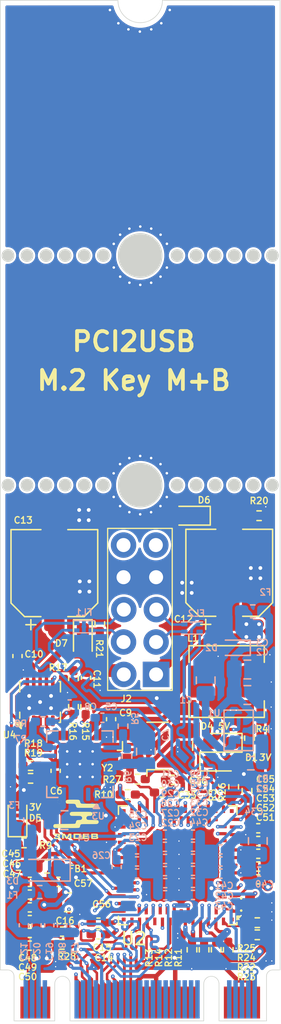
<source format=kicad_pcb>
(kicad_pcb (version 20241229) (generator "pcbnew") (generator_version "9.0")
  (title_block (title "PCI2USB") (date "2025-11-26") (rev "1.0.0") (company "3mdeb Sp. z o.o") (comment 1 "Jakub Sobota"))
  (layers (0 "F.Cu" signal) (4 "In1.Cu" signal) (6 "In2.Cu" signal) (2 "B.Cu" signal) (13 "F.Paste" user) (15 "B.Paste" user) (5 "F.SilkS" user "F.Silkscreen") (7 "B.SilkS" user "B.Silkscreen") (1 "F.Mask" user) (3 "B.Mask" user) (25 "Edge.Cuts" user))
  (net 0 "")
  (net 1 "GND")
  (net 2 "DS1_VBUS")
  (net 3 "Net-(D2-K)")
  (net 4 "Net-(D1-K)")
  (net 5 "+3.3V")
  (net 6 "+5V")
  (net 7 "Net-(U1-SW)")
  (net 8 "Net-(U1-FB)")
  (net 9 "Net-(D4-K)")
  (net 10 "DS2_VBUS")
  (net 11 "PCIE_TXP")
  (net 12 "Net-(J1-PERn0{slash}SATA-B+)")
  (net 13 "Net-(J1-PERp0{slash}SATA-B-)")
  (net 14 "PCIE_TXN")
  (net 15 "WAKEZ")
  (net 16 "Net-(C17-Pad1)")
  (net 17 "Net-(U2-XI)")
  (net 18 "Net-(U2-VSS_OSC)")
  (net 19 "Net-(U2-XO)")
  (net 20 "VDDA_3P3")
  (net 21 "Net-(D6-K)")
  (net 22 "Net-(D5-A)")
  (net 23 "GRSTZ")
  (net 24 "+1.1V")
  (net 25 "Net-(D5-K)")
  (net 26 "Net-(D7-K)")
  (net 27 "DP2")
  (net 28 "DM2")
  (net 30 "DM1")
  (net 31 "DP1")
  (net 38 "PCIE_REFCLKP")
  (net 51 "PERSTZ")
  (net 60 "PCIE_REFCLKN")
  (net 68 "PCIE_RXN")
  (net 69 "Net-(J1-PEWAKE#)")
  (net 73 "PCIE_RXP")
  (net 83 "Net-(U2-R1EXTRTN)")
  (net 84 "Net-(U2-R1EXT)")
  (net 86 "Net-(U2-GPIO3)")
  (net 87 "Net-(U2-GPIO2)")
  (net 88 "Net-(U2-GPIO1)")
  (net 92 "Net-(U2-GPIO0)")
  (net 93 "PWRON1Z")
  (net 94 "PWRON2Z")
  (net 97 "Net-(U4-ILM)")
  (net 98 "OVERCUR1Z")
  (net 99 "OVERCUR2Z")
  (net 100 "Net-(U2-AUX_DET)")
  (net 101 "Net-(U2-SDA)")
  (net 102 "Net-(U2-SCL)")
  (net 103 "Net-(U2-FREQSEL)")
  (net 126 "Net-(U3-SS)")
  (net 127 "Net-(U3-EN)")
  (net 128 "Net-(U3-FB)")
  (net 135 "Net-(FL2-Pad3)")
  (net 136 "Net-(FL2-Pad4)")
  (net 137 "Net-(FL1-Pad2)")
  (net 138 "Net-(FL1-Pad1)")
  (footprint "Capacitor_SMD:C_0402_1005Metric_Pad0.74x0.62mm_HandSolder" (layer "F.Cu") (at 155.4325 117.5 180)
    (property "Reference" "C53")
    (property "Value" "0.1 μF" (hide yes))
  )
  (footprint "LED_SMD:LED_0402_1005Metric_Pad0.77x0.64mm_HandSolder" (layer "F.Cu") (at 155.35924 121)
    (property "Reference" "R25")
    (property "Value" "0 Ohm" (hide yes))
  )
  (footprint "Capacitor_SMD:C_0402_1005Metric_Pad0.74x0.62mm_HandSolder" (layer "F.Cu") (at 155.4325 116.5 180)
    (property "Reference" "C54")
    (property "Value" "0.1 μF" (hide yes))
  )
  (footprint "TUSB7320:Texas_tusb7320" (layer "F.Cu") (at 149.1 118.4 180)
    (property "Reference" "U2")
    (property "Value" "TUSB7320" (hide yes))
  )
  (footprint "Capacitor_SMD:C_0402_1005Metric_Pad0.74x0.62mm_HandSolder" (layer "F.Cu") (at 139.7325 119.7)
    (property "Reference" "C57")
    (property "Value" "0.01 μF" (hide yes))
  )
  (footprint "Capacitor_SMD:C_0402_1005Metric_Pad0.74x0.62mm_HandSolder" (layer "F.Cu") (at 141.887002 103.704285 -90)
    (property "Reference" "C11")
    (property "Value" "0.1 μF" (hide yes))
  )
  (footprint "LED_SMD:LED_0402_1005Metric_Pad0.77x0.64mm_HandSolder" (layer "F.Cu") (at 155.35924 121.95174)
    (property "Reference" "R24")
    (property "Value" "0 Ohm" (hide yes))
  )
  (footprint "Capacitor_SMD:CP_Elec_6.3x5.9" (layer "F.Cu") (at 153.152057 95.472869 90)
    (property "Reference" "C12")
    (property "Value" "150uF" (hide yes))
  )
  (footprint "Capacitor_SMD:C_0402_1005Metric_Pad0.74x0.62mm_HandSolder" (layer "F.Cu") (at 142.86493 122.9)
    (property "Reference" "C15")
    (property "Value" "0.1uF" (hide yes))
  )
  (footprint "Capacitor_SMD:C_0402_1005Metric_Pad0.74x0.62mm_HandSolder" (layer "F.Cu") (at 137.4675 119.7 180)
    (property "Reference" "C45")
    (property "Value" "0.1 μF" (hide yes))
  )
  (footprint "Capacitor_SMD:C_0402_1005Metric_Pad0.74x0.62mm_HandSolder" (layer "F.Cu") (at 139.5 111 90)
    (property "Reference" "C6")
    (property "Value" "0.1 μF" (hide yes))
  )
  (footprint "LED_SMD:LED_0603_1608Metric_Pad1.05x0.95mm_HandSolder" (layer "F.Cu") (at 152.5 108.8 180)
    (property "Reference" "D4")
    (property "Value" "LED" (hide yes))
  )
  (footprint "Capacitor_SMD:C_0402_1005Metric_Pad0.74x0.62mm_HandSolder" (layer "F.Cu") (at 137.4675 122.7 180)
    (property "Reference" "C48")
    (property "Value" "0.1 μF" (hide yes))
  )
  (footprint "Capacitor_SMD:C_0402_1005Metric_Pad0.74x0.62mm_HandSolder" (layer "F.Cu") (at 140 123.6)
    (property "Reference" "C16")
    (property "Value" "1000pF" (hide yes))
  )
  (footprint "Resistor_SMD:R_0402_1005Metric_Pad0.72x0.64mm_HandSolder" (layer "F.Cu") (at 140.902821 103.74469 90)
    (property "Reference" "R17")
    (property "Value" "30.9 KOhm" (hide yes))
  )
  (footprint "LED_SMD:LED_0603_1608Metric_Pad1.05x0.95mm_HandSolder" (layer "F.Cu") (at 152.501723 110.270799)
    (property "Reference" "D1")
    (property "Value" "LED" (hide yes))
  )
  (footprint "Inductor_SMD:L_Chilisin_BMRx00050515" (layer "F.Cu") (at 152.95 104 180)
    (property "Reference" "L1")
    (property "Value" "1 μH" (hide yes))
  )
  (footprint "Capacitor_SMD:C_0402_1005Metric_Pad0.74x0.62mm_HandSolder" (layer "F.Cu") (at 147.8375 112.695 180)
    (property "Reference" "C35")
    (property "Value" "18pF" (hide yes))
  )
  (footprint "Resistor_SMD:R_0402_1005Metric_Pad0.72x0.64mm_HandSolder" (layer "F.Cu") (at 140 124.6 180)
    (property "Reference" "R28")
    (property "Value" "0 Ohm" (hide yes))
  )
  (footprint "Resistor_SMD:R_0402_1005Metric_Pad0.72x0.64mm_HandSolder" (layer "F.Cu") (at 151.17476 125.023131 90)
    (property "Reference" "R14")
    (property "Value" "NOPOP" (hide yes))
  )
  (footprint "Capacitor_SMD:CP_Elec_6.3x5.9" (layer "F.Cu") (at 139.4 95.5 90)
    (property "Reference" "C13")
    (property "Value" "150uF" (hide yes))
  )
  (footprint "LED_SMD:LED_0603_1608Metric_Pad1.05x0.95mm_HandSolder" (layer "F.Cu") (at 141.639444 100.816724 -90)
    (property "Reference" "D7")
    (property "Value" "LED")
  )
  (footprint "Crystal:Crystal_SMD_Abracon_ABM3B-4Pin_5.0x3.2mm" (layer "F.Cu") (at 147.5175 109.0475)
    (property "Reference" "Y2")
    (property "Value" "48 MHz" (hide yes))
  )
  (footprint "Capacitor_SMD:C_0402_1005Metric_Pad0.74x0.62mm_HandSolder" (layer "F.Cu") (at 148.7125 111.7)
    (property "Reference" "C36")
    (property "Value" "18pF" (hide yes))
  )
  (footprint "Capacitor_SMD:C_0402_1005Metric_Pad0.74x0.62mm_HandSolder" (layer "F.Cu") (at 137.4675 123.7 180)
    (property "Reference" "C49")
    (property "Value" "0.01 μF" (hide yes))
  )
  (footprint "Capacitor_SMD:C_0402_1005Metric_Pad0.74x0.62mm_HandSolder" (layer "F.Cu") (at 137.4675 120.7 180)
    (property "Reference" "C46")
    (property "Value" "0.01 μF" (hide yes))
  )
  (footprint "Capacitor_SMD:C_0402_1005Metric_Pad0.74x0.62mm_HandSolder" (layer "F.Cu") (at 143.862837 106.948378 -90)
    (property "Reference" "C9")
    (property "Value" "0.1 μF" (hide yes))
  )
  (footprint "Resistor_SMD:R_0402_1005Metric_Pad0.72x0.64mm_HandSolder" (layer "F.Cu") (at 141.861895 105.982814 -90)
    (property "Reference" "R15")
    (property "Value" "NOPOP" (hide yes))
  )
  (footprint "Resistor_SMD:R_0402_1005Metric_Pad0.72x0.64mm_HandSolder" (layer "F.Cu") (at 154.55 112.55 -90)
    (property "Reference" "R26")
    (property "Value" "4.7 KOhm" (hide yes))
  )
  (footprint "LOGO" (layer "F.Cu") (at 141.1 114.8)
    (property "Reference" "G***" (hide yes))
    (property "Value" "LOGO" (hide yes))
  )
  (footprint "Capacitor_SMD:C_0402_1005Metric_Pad0.74x0.62mm_HandSolder" (layer "F.Cu") (at 137.4675 121.7 180)
    (property "Reference" "C47")
    (property "Value" "0.1 μF" (hide yes))
  )
  (footprint "Resistor_SMD:R_0402_1005Metric_Pad0.72x0.64mm_HandSolder" (layer "F.Cu") (at 155.35924 122.9)
    (property "Reference" "R22")
    (property "Value" "NOPOP" (hide yes))
  )
  (footprint "Inductor_SMD:L_0603_1608Metric_Pad1.05x0.95mm_HandSolder" (layer "F.Cu") (at 138.825 118.5 180)
    (property "Reference" "FB1")
    (property "Value" "220 Ohm" (hide yes))
  )
  (footprint "Resistor_SMD:R_0402_1005Metric_Pad0.72x0.64mm_HandSolder" (layer "F.Cu") (at 155.5 91)
    (property "Reference" "R20")
    (property "Value" "680 Ohm" (hide yes))
  )
  (footprint "Capacitor_SMD:C_0402_1005Metric_Pad0.74x0.62mm_HandSolder" (layer "F.Cu") (at 142.86493 123.815722)
    (property "Reference" "C14")
    (property "Value" "0.1uF" (hide yes))
  )
  (footprint "Resistor_SMD:R_0402_1005Metric_Pad0.72x0.64mm_HandSolder" (layer "F.Cu") (at 155.35924 123.85)
    (property "Reference" "R23")
    (property "Value" "10 KOhm" (hide yes))
  )
  (footprint "M2_Edge_connector:M.2_KEY_M_B" (layer "F.Cu") (at 146.153515 130.609812)
    (property "Reference" "J1" (hide yes))
    (property "Value" "~" (hide yes))
  )
  (footprint "LED_SMD:LED_0603_1608Metric_Pad1.05x0.95mm_HandSolder" (layer "F.Cu") (at 150 91 180)
    (property "Reference" "D6")
    (property "Value" "LED" (hide yes))
  )
  (footprint "Capacitor_SMD:C_0805_2012Metric_Pad1.18x1.45mm_HandSolder" (layer "F.Cu") (at 140.4625 121.3)
    (property "Reference" "C56")
    (property "Value" "22 μF")
  )
  (footprint "Resistor_SMD:R_0402_1005Metric_Pad0.72x0.64mm_HandSolder" (layer "F.Cu") (at 153.07476 125.023131 90)
    (property "Reference" "R11")
    (property "Value" "NOPOP" (hide yes))
  )
  (footprint "Package_SON:VSON-10-1EP_3x3mm_P0.5mm_EP1.65x2.4mm_ThermalVias" (layer "F.Cu") (at 138.278562 105.605365 90)
    (property "Reference" "U4")
    (property "Value" "TPS2560" (hide yes))
  )
  (footprint "Resistor_SMD:R_0402_1005Metric_Pad0.72x0.64mm_HandSolder" (layer "F.Cu") (at 154.744798 108.431147 90)
    (property "Reference" "R4")
    (property "Value" "1.5 KOhm" (hide yes))
  )
  (footprint "Capacitor_SMD:C_0402_1005Metric_Pad0.74x0.62mm_HandSolder" (layer "F.Cu") (at 137.4675 124.7 180)
    (property "Reference" "C50")
    (property "Value" "0.1 μF")
  )
  (footprint "Capacitor_SMD:C_0402_1005Metric_Pad0.74x0.62mm_HandSolder" (layer "F.Cu") (at 155.4325 119.5 180)
    (property "Reference" "C51")
    (property "Value" "0.1 μF" (hide yes))
  )
  (footprint "Capacitor_SMD:C_0402_1005Metric_Pad0.74x0.62mm_HandSolder" (layer "F.Cu") (at 155.4325 118.5 180)
    (property "Reference" "C52")
    (property "Value" "0.1 μF" (hide yes))
  )
  (footprint "Resistor_SMD:R_0402_1005Metric_Pad0.72x0.64mm_HandSolder" (layer "F.Cu") (at 137.530654 110.585436 180)
    (property "Reference" "R18")
    (property "Value" "10 KOhm" (hide yes))
  )
  (footprint "Resistor_SMD:R_0402_1005Metric_Pad0.72x0.64mm_HandSolder" (layer "F.Cu") (at 145.95 111.65 180)
    (property "Reference" "R27")
    (property "Value" "1 MOhm" (hide yes))
  )
  (footprint "Resistor_SMD:R_0402_1005Metric_Pad0.72x0.64mm_HandSolder" (layer "F.Cu") (at 142.973879 99.476972 90)
    (property "Reference" "R21")
    (property "Value" "680 Ohm" (hide yes))
  )
  (footprint "LED_SMD:LED_0603_1608Metric_Pad1.05x0.95mm_HandSolder" (layer "F.Cu") (at 136.5 114.5 90)
    (property "Reference" "D5")
    (property "Value" "LED" (hide yes))
  )
  (footprint "Capacitor_SMD:C_0402_1005Metric_Pad0.74x0.62mm_HandSolder" (layer "F.Cu") (at 136.5 102 -90)
    (property "Reference" "C10")
    (property "Value" "0.1 μF" (hide yes))
  )
  (footprint "Capacitor_SMD:C_0402_1005Metric_Pad0.74x0.62mm_HandSolder" (layer "F.Cu") (at 155.4325 115.5 180)
    (property "Reference" "C55")
    (property "Value" "0.1 μF" (hide yes))
  )
  (footprint "Resistor_SMD:R_0402_1005Metric_Pad0.72x0.64mm_HandSolder" (layer "F.Cu") (at 150.22476 125.023131 90)
    (property "Reference" "R13")
    (property "Value" "NOPOP" (hide yes))
  )
  (footprint "Resistor_SMD:R_0402_1005Metric_Pad0.72x0.64mm_HandSolder" (layer "F.Cu") (at 145.171978 112.856785 180)
    (property "Reference" "R10")
    (property "Value" "9.09 KOhm" (hide yes))
  )
  (footprint "Connectors:USB 9 Pin internal header" (layer "F.Cu") (at 146.2 98.3925 90)
    (property "Reference" "J2")
    (property "Value" "USB_9PIN_Internal" (hide yes))
  )
  (footprint "Resistor_SMD:R_0402_1005Metric_Pad0.72x0.64mm_HandSolder" (layer "F.Cu") (at 137.013527 116.644732)
    (property "Reference" "R9")
    (property "Value" "330 Ohm" (hide yes))
  )
  (footprint "Resistor_SMD:R_0402_1005Metric_Pad0.72x0.64mm_HandSolder" (layer "F.Cu") (at 153.5 112.25 -90)
    (property "Reference" "R3")
    (property "Value" "680 Ohm" (hide yes))
  )
  (footprint "Resistor_SMD:R_0402_1005Metric_Pad0.72x0.64mm_HandSolder" (layer "F.Cu") (at 137.530654 111.585436)
    (property "Reference" "R19")
    (property "Value" "10 KOhm" (hide yes))
  )
  (footprint "Resistor_SMD:R_0402_1005Metric_Pad0.72x0.64mm_HandSolder" (layer "F.Cu") (at 140.904688 105.970849 -90)
    (property "Reference" "R16")
    (property "Value" "NOPOP" (hide yes))
  )
  (footprint "Resistor_SMD:R_0402_1005Metric_Pad0.72x0.64mm_HandSolder" (layer "F.Cu") (at 152.12476 125.023131 90)
    (property "Reference" "R12")
    (property "Value" "NOPOP" (hide yes))
  )
  (footprint "Capacitor_SMD:C_0402_1005Metric_Pad0.74x0.62mm_HandSolder" (layer "B.Cu") (at 150.3 117.890103 180)
    (property "Reference" "C37")
    (property "Value" "0.01 μF" (hide yes))
  )
  (footprint "Capacitor_SMD:C_0402_1005Metric_Pad0.74x0.62mm_HandSolder" (layer "B.Cu") (at 140.6 105.8)
    (property "Reference" "C8")
    (property "Value" "0.01 μF" (hide yes))
  )
  (footprint "Capacitor_SMD:C_0402_1005Metric_Pad0.74x0.62mm_HandSolder" (layer "B.Cu") (at 152.470837 117.154801)
    (property "Reference" "C41")
    (property "Value" "0.1 μF" (hide yes))
  )
  (footprint "Fuse:Fuse_0603_1608Metric_Pad1.05x0.95mm_HandSolder" (layer "B.Cu") (at 138.25 120.5)
    (property "Reference" "F1")
    (property "Value" "5A" (hide yes))
  )
  (footprint "Resistor_SMD:R_0603_1608Metric_Pad0.98x0.95mm_HandSolder" (layer "B.Cu") (at 154.85 110.4)
    (property "Reference" "R2")
    (property "Value" "100 KOhm" (hide yes))
  )
  (footprint "Capacitor_SMD:C_0402_1005Metric_Pad0.74x0.62mm_HandSolder" (layer "B.Cu") (at 148.088337 116.004801)
    (property "Reference" "C31")
    (property "Value" "0.01 μF" (hide yes))
  )
  (footprint "Package_DFN_QFN:Texas_RGW0020A_VQFN-20-1EP_5x5mm_P0.65mm_EP3.15x3.15mm_ThermalVias" (layer "B.Cu") (at 141.409647 110.476099 90)
    (property "Reference" "U3")
    (property "Value" "TPS74401" (hide yes))
  )
  (footprint "Capacitor_SMD:C_0805_2012Metric_Pad1.18x1.45mm_HandSolder" (layer "B.Cu") (at 154.578868 103.055316 180)
    (property "Reference" "C3")
    (property "Value" "22 μF" (hide yes))
  )
  (footprint "Fuse:Fuse_0603_1608Metric_Pad1.05x0.95mm_HandSolder" (layer "B.Cu") (at 137.5 114.8625 90)
    (property "Reference" "F3")
    (property "Value" "1A" (hide yes))
  )
  (footprint "Capacitor_SMD:C_0402_1005Metric_Pad0.74x0.62mm_HandSolder" (layer "B.Cu") (at 148.09417 116.954801)
    (property "Reference" "C30")
    (property "Value" "0.1 μF" (hide yes))
  )
  (footprint "Resistor_SMD:R_0402_1005Metric_Pad0.72x0.64mm_HandSolder" (layer "B.Cu") (at 145.109647 109.838599 90)
    (property "Reference" "R6")
    (property "Value" "1.87 KOhm" (hide yes))
  )
  (footprint "Capacitor_SMD:C_0402_1005Metric_Pad0.74x0.62mm_HandSolder" (layer "B.Cu") (at 152.470837 119.054801)
    (property "Reference" "C43")
    (property "Value" "0.01 μF" (hide yes))
  )
  (footprint "Filters:MCZ1210AH_CP" (layer "B.Cu") (at 140.97347 99.929292)
    (property "Reference" "FL1")
    (property "Value" "90 Ohm" (hide yes))
  )
  (footprint "DC-DC:TPS61023" (layer "B.Cu") (at 153.892327 107.813566 180)
    (property "Reference" "U1")
    (property "Value" "TPS61023" (hide yes))
  )
  (footprint "Capacitor_SMD:C_0402_1005Metric_Pad0.74x0.62mm_HandSolder" (layer "B.Cu") (at 141 123.1 90)
    (property "Reference" "C17")
    (property "Value" "22 µF" (hide yes))
  )
  (footprint "Resistor_SMD:R_0402_1005Metric_Pad0.72x0.64mm_HandSolder" (layer "B.Cu") (at 144.8 107.5 -90)
    (property "Reference" "R5")
    (property "Value" "4.99 KOhm" (hide yes))
  )
  (footprint "Resistor_SMD:R_0603_1608Metric_Pad0.98x0.95mm_HandSolder" (layer "B.Cu") (at 155.727455 107.718484 90)
    (property "Reference" "R1")
    (property "Value" "732 KOhm" (hide yes))
  )
  (footprint "Capacitor_SMD:C_0805_2012Metric_Pad1.18x1.45mm_HandSolder" (layer "B.Cu") (at 154.578868 105.055316 180)
    (property "Reference" "C2")
    (property "Value" "22 μF" (hide yes))
  )
  (footprint "Capacitor_SMD:C_0402_1005Metric_Pad0.74x0.62mm_HandSolder" (layer "B.Cu") (at 148.100002 118.854801)
    (property "Reference" "C28")
    (property "Value" "0.01 μF" (hide yes))
  )
  (footprint "Capacitor_SMD:C_0402_1005Metric_Pad0.74x0.62mm_HandSolder" (layer "B.Cu") (at 150.3 120.725258 180)
    (property "Reference" "C44")
    (property "Value" "0.1 μF" (hide yes))
  )
  (footprint "Capacitor_SMD:C_0402_1005Metric_Pad0.74x0.62mm_HandSolder" (layer "B.Cu") (at 148.105835 117.904801)
    (property "Reference" "C29")
    (property "Value" "0.1 μF" (hide yes))
  )
  (footprint "Capacitor_SMD:C_0402_1005Metric_Pad0.74x0.62mm_HandSolder" (layer "B.Cu") (at 137 123.1 90)
    (property "Reference" "C21")
    (property "Value" "22 µF" (hide yes))
  )
  (footprint "Resistor_SMD:R_0402_1005Metric_Pad0.72x0.64mm_HandSolder" (layer "B.Cu") (at 137.709647 109.038599 -90)
    (property "Reference" "R7")
    (property "Value" "10 KOhm" (hide yes))
  )
  (footprint "Capacitor_SMD:C_0402_1005Metric_Pad0.74x0.62mm_HandSolder" (layer "B.Cu") (at 148.111667 120.75)
    (property "Reference" "C22")
    (property "Value" "0.01 μF" (hide yes))
  )
  (footprint "Capacitor_SMD:C_0402_1005Metric_Pad0.74x0.62mm_HandSolder" (layer "B.Cu") (at 150.3 116 180)
    (property "Reference" "C39")
    (property "Value" "0.1 μF" (hide yes))
  )
  (footprint "Capacitor_SMD:C_0402_1005Metric_Pad0.74x0.62mm_HandSolder" (layer "B.Cu") (at 150.3 116.945052 180)
    (property "Reference" "C38")
    (property "Value" "0.1 μF" (hide yes))
  )
  (footprint "Capacitor_SMD:C_0402_1005Metric_Pad0.74x0.62mm_HandSolder" (layer "B.Cu") (at 145.9 119.05 180)
    (property "Reference" "C23")
    (property "Value" "0.1 μF" (hide yes))
  )
  (footprint "Fuse:Fuse_0603_1608Metric_Pad1.05x0.95mm_HandSolder" (layer "B.Cu") (at 155 98.5 180)
    (property "Reference" "F2")
    (property "Value" "5A" (hide yes))
  )
  (footprint "Diode_SMD:D_SOD-523" (layer "B.Cu") (at 153.55 101.35 180)
    (property "Reference" "D2")
    (property "Value" "6V/5A" (hide yes))
  )
  (footprint "Capacitor_SMD:C_0805_2012Metric_Pad1.18x1.45mm_HandSolder" (layer "B.Cu") (at 151.3 103.9 90)
    (property "Reference" "C1")
    (property "Value" "10 μF" (hide yes))
  )
  (footprint "Diode_SMD:D_SOD-323_HandSoldering" (layer "B.Cu") (at 138.635 118.7875 180)
    (property "Reference" "D3")
    (property "Value" "4V/5A" (hide yes))
  )
  (footprint "Capacitor_SMD:C_0402_1005Metric_Pad0.74x0.62mm_HandSolder" (layer "B.Cu") (at 138 123.1 90)
    (property "Reference" "C20")
    (property "Value" "22 µF" (hide yes))
  )
  (footprint "Capacitor_SMD:C_0402_1005Metric_Pad0.74x0.62mm_HandSolder" (layer "B.Cu") (at 139 123.1 90)
    (property "Reference" "C19")
    (property "Value" "22 µF" (hide yes))
  )
  (footprint "Capacitor_SMD:C_0805_2012Metric_Pad1.18x1.45mm_HandSolder" (layer "B.Cu") (at 155.4 116.5 90)
    (property "Reference" "C34")
    (property "Value" "22 μF" (hide yes))
  )
  (footprint "Filters:MCZ1210AH_CP" (layer "B.Cu") (at 149.47347 100.029292)
    (property "Reference" "FL2")
    (property "Value" "90 Ohm" (hide yes))
  )
  (footprint "Capacitor_SMD:C_0402_1005Metric_Pad0.74x0.62mm_HandSolder" (layer "B.Cu") (at 140 123.1 90)
    (property "Reference" "C18")
    (property "Value" "22 µF" (hide yes))
  )
  (footprint "Capacitor_SMD:C_0402_1005Metric_Pad0.74x0.62mm_HandSolder" (layer "B.Cu") (at 155.5 118.9)
    (property "Reference" "C40")
    (property "Value" "0.01 μF" (hide yes))
  )
  (footprint "Capacitor_SMD:C_0402_1005Metric_Pad0.74x0.62mm_HandSolder" (layer "B.Cu") (at 150.3 119.780206 180)
    (property "Reference" "C32")
    (property "Value" "0.1 μF" (hide yes))
  )
  (footprint "Capacitor_SMD:C_0402_1005Metric_Pad0.74x0.62mm_HandSolder" (layer "B.Cu") (at 145.9 118.1 180)
    (property "Reference" "C24")
    (property "Value" "0.1 μF" (hide yes))
  )
  (footprint "Capacitor_SMD:C_0402_1005Metric_Pad0.74x0.62mm_HandSolder" (layer "B.Cu") (at 148.1175 119.8)
    (property "Reference" "C27")
    (property "Value" "0.1 μF" (hide yes))
  )
  (footprint "Capacitor_SMD:C_0402_1005Metric_Pad0.74x0.62mm_HandSolder" (layer "B.Cu") (at 144.3 118.5325 -90)
    (property "Reference" "C26")
    (property "Value" "0.1 μF" (hide yes))
  )
  (footprint "Capacitor_SMD:C_0402_1005Metric_Pad0.74x0.62mm_HandSolder" (layer "B.Cu") (at 145.9 117.15 180)
    (property "Reference" "C25")
    (property "Value" "0.01 μF" (hide yes))
  )
  (footprint "Capacitor_SMD:C_0805_2012Metric_Pad1.18x1.45mm_HandSolder" (layer "B.Cu") (at 146.601691 109.485398 90)
    (property "Reference" "C7")
    (property "Value" "22 μF" (hide yes))
  )
  (footprint "Capacitor_SMD:C_0402_1005Metric_Pad0.74x0.62mm_HandSolder" (layer "B.Cu") (at 152.470837 118.104801)
    (property "Reference" "C42")
    (property "Value" "0.1 μF" (hide yes))
  )
  (footprint "Capacitor_SMD:C_0402_1005Metric_Pad0.74x0.62mm_HandSolder" (layer "B.Cu") (at 150.3 118.835155 180)
    (property "Reference" "C33")
    (property "Value" "0.1 μF" (hide yes))
  )
  (footprint "Resistor_SMD:R_0402_1005Metric_Pad0.72x0.64mm_HandSolder" (layer "B.Cu") (at 138.509647 107.138599)
    (property "Reference" "R8")
    (property "Value" "4.7 KOhm" (hide yes))
  )
  (footprint "Capacitor_SMD:C_0805_2012Metric_Pad1.18x1.45mm_HandSolder" (layer "B.Cu") (at 140.2 114.8625)
    (property "Reference" "C4")
    (property "Value" "10 μF" (hide yes))
  )
  (footprint "Capacitor_SMD:C_0402_1005Metric_Pad0.74x0.62mm_HandSolder" (layer "B.Cu") (at 143.177147 106.838599)
    (property "Reference" "C5")
    (property "Value" "NOPOP" (hide yes))
  )
  (gr_poly (pts (xy 139.372014 114.8) (xy 140.309647 113.892703) (xy 140.309647 112.3) (xy 139.772279 112.3) (xy 139.55 112.067825) (xy 139.55 111.776099) (xy 139.55 111.15) (xy 139.55 110.276099) (xy 137.773901 110.276099) (xy 136.6 111.05) (xy 136.6 112.3) (xy 136.6 113.3) (xy 136.6 114.8) (xy 138.34375 114.8)) (fill yes) (layer "B.Cu") (net 22))
  (gr_line (start 135.15 126.603553) (end 135.15 50.603553) (stroke (width 0.05)) (layer "Edge.Cuts"))
  (gr_circle (center 137.250001 88.604204) (end 137.500001 88.604204) (stroke (width 0.5)) (fill yes) (layer "Edge.Cuts"))
  (gr_circle (center 138.750001 88.604204) (end 138.750001 88.354204) (stroke (width 0.5)) (fill yes) (layer "Edge.Cuts"))
  (gr_arc (start 151.147957 127.7) (mid 151.747957 127.1) (end 152.347957 127.7) (stroke (width 0.05)) (layer "Edge.Cuts"))
  (gr_line (start 140.63 130.6) (end 140.63 127.75) (stroke (width 0.05)) (layer "Edge.Cuts"))
  (gr_circle (center 156.550001 88.604204) (end 156.800001 88.604204) (stroke (width 0.5)) (fill yes) (layer "Edge.Cuts"))
  (gr_line (start 157.15 50.603553) (end 157.15 126.603553) (stroke (width 0.05)) (layer "Edge.Cuts"))
  (gr_line (start 140.63 130.6) (end 151.147957 130.6) (stroke (width 0.05)) (layer "Edge.Cuts"))
  (gr_circle (center 146.150001 70.604204) (end 147.650001 70.604204) (stroke (width 0.5)) (fill yes) (layer "Edge.Cuts"))
  (gr_circle (center 152.050001 88.604204) (end 152.300001 88.604204) (stroke (width 0.5)) (fill yes) (layer "Edge.Cuts"))
  (gr_arc (start 156.08315 127.1) (mid 156.221673 126.755818) (end 156.56 126.603553) (stroke (width 0.05)) (layer "Edge.Cuts"))
  (gr_line (start 152.347957 130.6) (end 152.347957 127.7) (stroke (width 0.05)) (layer "Edge.Cuts"))
  (gr_circle (center 143.250001 88.604204) (end 143.500001 88.604204) (stroke (width 0.5)) (fill yes) (layer "Edge.Cuts"))
  (gr_circle (center 156.550001 70.604204) (end 156.800001 70.604204) (stroke (width 0.5)) (fill yes) (layer "Edge.Cuts"))
  (gr_circle (center 149.050001 88.604204) (end 149.300001 88.604204) (stroke (width 0.5)) (fill yes) (layer "Edge.Cuts"))
  (gr_line (start 151.147957 127.7) (end 151.147957 130.6) (stroke (width 0.05)) (layer "Edge.Cuts"))
  (gr_circle (center 155.050001 88.604204) (end 155.300001 88.604204) (stroke (width 0.5)) (fill yes) (layer "Edge.Cuts"))
  (gr_arc (start 135.73 126.603553) (mid 136.074181 126.742077) (end 136.226447 127.080403) (stroke (width 0.05)) (layer "Edge.Cuts"))
  (gr_circle (center 141.750001 88.604204) (end 142.000001 88.604204) (stroke (width 0.5)) (fill yes) (layer "Edge.Cuts"))
  (gr_circle (center 135.750001 70.604204) (end 136.000001 70.604204) (stroke (width 0.5)) (fill yes) (layer "Edge.Cuts"))
  (gr_arc (start 139.43 127.7) (mid 140.03 127.1) (end 140.63 127.7) (stroke (width 0.05)) (layer "Edge.Cuts"))
  (gr_circle (center 137.250001 70.604204) (end 137.500001 70.604204) (stroke (width 0.5)) (fill yes) (layer "Edge.Cuts"))
  (gr_circle (center 135.750001 88.604204) (end 136.000001 88.604204) (stroke (width 0.5)) (fill yes) (layer "Edge.Cuts"))
  (gr_circle (center 140.250001 88.604204) (end 140.500001 88.604204) (stroke (width 0.5)) (fill yes) (layer "Edge.Cuts"))
  (gr_line (start 139.43 127.7) (end 139.43 130.6) (stroke (width 0.05)) (layer "Edge.Cuts"))
  (gr_line (start 139.43 130.6) (end 136.23 130.6) (stroke (width 0.05)) (layer "Edge.Cuts"))
  (gr_circle (center 149.050001 70.604204) (end 149.300001 70.604204) (stroke (width 0.5)) (fill yes) (layer "Edge.Cuts"))
  (gr_circle (center 143.250001 70.604204) (end 143.500001 70.604204) (stroke (width 0.5)) (fill yes) (layer "Edge.Cuts"))
  (gr_line (start 135.73 126.603553) (end 135.15 126.603553) (stroke (width 0.05)) (layer "Edge.Cuts"))
  (gr_line (start 157.15 50.603553) (end 147.9 50.6) (stroke (width 0.05)) (layer "Edge.Cuts"))
  (gr_circle (center 140.250001 70.604204) (end 140.500001 70.604204) (stroke (width 0.5)) (fill yes) (layer "Edge.Cuts"))
  (gr_circle (center 152.050001 70.604204) (end 152.300001 70.604204) (stroke (width 0.5)) (fill yes) (layer "Edge.Cuts"))
  (gr_line (start 140.63 127.7) (end 140.63 127.75) (stroke (width 0.05)) (layer "Edge.Cuts"))
  (gr_circle (center 155.050001 70.604204) (end 155.300001 70.604204) (stroke (width 0.5)) (fill yes) (layer "Edge.Cuts"))
  (gr_circle (center 146.150001 88.604204) (end 147.650001 88.604204) (stroke (width 0.5)) (fill yes) (layer "Edge.Cuts"))
  (gr_line (start 156.08315 130.6) (end 152.347957 130.6) (stroke (width 0.05)) (layer "Edge.Cuts"))
  (gr_line (start 136.23 130.6) (end 136.23 127.2) (stroke (width 0.05)) (layer "Edge.Cuts"))
  (gr_circle (center 150.550001 88.604204) (end 150.800001 88.604204) (stroke (width 0.5)) (fill yes) (layer "Edge.Cuts"))
  (gr_line (start 156.56 126.603553) (end 157.15 126.603553) (stroke (width 0.05)) (layer "Edge.Cuts"))
  (gr_circle (center 138.750001 70.604204) (end 138.750001 70.354204) (stroke (width 0.5)) (fill yes) (layer "Edge.Cuts"))
  (gr_circle (center 153.550001 70.604204) (end 153.800001 70.604204) (stroke (width 0.5)) (fill yes) (layer "Edge.Cuts"))
  (gr_circle (center 150.550001 70.604204) (end 150.800001 70.604204) (stroke (width 0.5)) (fill yes) (layer "Edge.Cuts"))
  (gr_circle (center 141.750001 70.604204) (end 142.000001 70.604204) (stroke (width 0.5)) (fill yes) (layer "Edge.Cuts"))
  (gr_line (start 136.226447 127.080403) (end 136.23 127.2) (stroke (width 0.05)) (layer "Edge.Cuts"))
  (gr_arc (start 147.9 50.603553) (mid 146.15 52.353553) (end 144.4 50.603553) (stroke (width 0.05)) (layer "Edge.Cuts"))
  (gr_line (start 135.15 50.603553) (end 144.4 50.6) (stroke (width 0.05)) (layer "Edge.Cuts"))
  (gr_circle (center 153.550001 88.604204) (end 153.800001 88.604204) (stroke (width 0.5)) (fill yes) (layer "Edge.Cuts"))
  (gr_line (start 156.08315 127.1) (end 156.08315 130.6) (stroke (width 0.05)) (layer "Edge.Cuts"))
  (gr_text "PCI2USB" (at 145.649875 78.224204 0) (layer "F.SilkS") (effects (font (size 1.5 1.5) (thickness 0.3) (bold yes)) (justify bottom)))
  (gr_text "M.2 Key M+B" (at 145.649875 81.272204 0) (layer "F.SilkS") (effects (font (size 1.5 1.5) (thickness 0.3) (bold yes)) (justify bottom)))
  (segment (start 154.865 115.5) (end 154.865 116.5) (width 0.75) (layer "F.Cu") (net 1))
  (segment (start 136.9 122.7) (end 136.9 123.7) (width 0.75) (layer "F.Cu") (net 1))
  (segment (start 153.5 112.8475) (end 153.4525 112.8) (width 0.35) (layer "F.Cu") (net 1))
  (segment (start 143.969424 127.137959) (end 143.969424 127.205171) (width 0.2) (layer "F.Cu") (net 1))
  (segment (start 155.995 121.976519) (end 155.970221 121.95174) (width 0.35) (layer "F.Cu") (net 1))
  (segment (start 139.5 126.35) (end 139.196485 126.653515) (width 0.35) (layer "F.Cu") (net 1))
  (segment (start 137.05 125.8) (end 137.05 124.8175) (width 0.35) (layer "F.Cu") (net 1))
  (segment (start 145.903515 129.159812) (end 145.903515 127.496485) (width 0.35) (layer "F.Cu") (net 1))
  (segment (start 155.93174 121.95174) (end 155.93174 122.875) (width 0.75) (layer "F.Cu") (net 1))
  (segment (start 154.55 111.5) (end 154.3 111.25) (width 0.35) (layer "F.Cu") (net 1))
  (segment (start 153.4525 112.8) (end 153.4525 112.737855) (width 0.35) (layer "F.Cu") (net 1))
  (segment (start 142.74457 126.846022) (end 142.74457 127.681617) (width 0.2) (layer "F.Cu") (net 1))
  (segment (start 136.9 123.7) (end 136.9 124.7) (width 0.75) (layer "F.Cu") (net 1))
  (segment (start 148.903515 125.703515) (end 148.85 125.65) (width 0.35) (layer "F.Cu") (net 1))
  (segment (start 147.403515 127.096485) (end 148.85 125.65) (width 0.35) (layer "F.Cu") (net 1))
  (segment (start 155.9725 121.949461) (end 155.970221 121.95174) (width 0.25) (layer "F.Cu") (net 1))
  (segment (start 142.5 126.4) (end 142.5 126.601452) (width 0.2) (layer "F.Cu") (net 1))
  (segment (start 139.5 125.95) (end 139.5 126.35) (width 0.35) (layer "F.Cu") (net 1))
  (segment (start 139.196485 126.653515) (end 137.903515 126.653515) (width 0.35) (layer "F.Cu") (net 1))
  (segment (start 148.903515 129.159812) (end 148.903515 125.703515) (width 0.35) (layer "F.Cu") (net 1))
  (segment (start 141.403515 127.653515) (end 141.403515 129.159812) (width 0.25) (layer "F.Cu") (net 1))
  (segment (start 143.99757 127.109813) (end 143.969424 127.137959) (width 0.2) (layer "F.Cu") (net 1))
  (segment (start 137.403515 126.153515) (end 137.05 125.8) (width 0.35) (layer "F.Cu") (net 1))
  (segment (start 147.403515 129.159812) (end 147.403515 127.096485) (width 0.35) (layer "F.Cu") (net 1))
  (segment (start 153.826 127.426) (end 152.9 126.5) (width 0.35) (layer "F.Cu") (net 1))
  (segment (start 137.403515 129.159812) (end 137.403515 126.153515) (width 0.35) (layer "F.Cu") (net 1))
  (segment (start 136.96 103.09) (end 136.96 103.0275) (width 0.25) (layer "F.Cu") (net 1))
  (segment (start 142.74457 127.681617) (end 142.977515 127.914562) (width 0.2) (layer "F.Cu") (net 1))
  (segment (start 144.403515 127.639262) (end 144.403515 129.159812) (width 0.2) (layer "F.Cu") (net 1))
  (segment (start 154.865 118.5) (end 154.865 119.435) (width 0.75) (layer "F.Cu") (net 1))
  (segment (start 137.903515 126.653515) (end 137.403515 126.153515) (width 0.35) (layer "F.Cu") (net 1))
  (segment (start 141.1 126.95) (end 141.1 127.35) (width 0.25) (layer "F.Cu") (net 1))
  (segment (start 153.4525 112.737855) (end 152.232322 111.517677) (width 0.35) (layer "F.Cu") (net 1))
  (segment (start 153.826 127.426) (end 154.676 127.426) (width 0.35) (layer "F.Cu") (net 1))
  (segment (start 145.903515 127.496485) (end 146.303515 127.096485) (width 0.35) (layer "F.Cu") (net 1))
  (segment (start 154.865 117.5) (end 154.865 118.5) (width 0.75) (layer "F.Cu") (net 1))
  (segment (start 155.9975 120.975) (end 155.9725 121) (width 0.25) (layer "F.Cu") (net 1))
  (segment (start 155.93174 122.875) (end 155.95674 122.9) (width 0.75) (layer "F.Cu") (net 1))
  (segment (start 136.9 120.7) (end 136.9 121.7) (width 0.75) (layer "F.Cu") (net 1))
  (segment (start 155.93174 121) (end 155.93174 121.95174) (width 0.75) (layer "F.Cu") (net 1))
  (segment (start 143.969424 127.205171) (end 144.403515 127.639262) (width 0.2) (layer "F.Cu") (net 1))
  (segment (start 137.903515 129.159812) (end 137.903515 126.653515) (width 0.35) (layer "F.Cu") (net 1))
  (segment (start 136.9 119.7) (end 136.9 120.7) (width 0.75) (layer "F.Cu") (net 1))
  (segment (start 136.96 103.0275) (end 136.5 102.5675) (width 0.25) (layer "F.Cu") (net 1))
  (segment (start 136.9 121.7) (end 136.9 122.7) (width 0.75) (layer "F.Cu") (net 1))
  (segment (start 146.303515 127.096485) (end 147.403515 127.096485) (width 0.35) (layer "F.Cu") (net 1))
  (segment (start 154.55 111.9525) (end 154.55 111.5) (width 0.35) (layer "F.Cu") (net 1))
  (segment (start 141.1 127.35) (end 141.403515 127.653515) (width 0.25) (layer "F.Cu") (net 1))
  (segment (start 154.865 116.5) (end 154.865 117.5) (width 0.75) (layer "F.Cu") (net 1))
  (segment (start 142.5 126.601452) (end 142.74457 126.846022) (width 0.2) (layer "F.Cu") (net 1))
  (segment (start 154.676 127.426) (end 154.903515 127.653515) (width 0.35) (layer "F.Cu") (net 1))
  (segment (start 142.977515 127.914562) (end 142.977515 129.085812) (width 0.2) (layer "F.Cu") (net 1))
  (segment (start 154.903515 127.653515) (end 154.903515 129.159812) (width 0.35) (layer "F.Cu") (net 1))
  (via (at 148.240376 89.535389) (size 0.5588) (drill 0.2) (layers "F.Cu" "B.Cu") (net 1))
  (via (at 148.85 125.65) (size 0.6) (drill 0.3) (layers "F.Cu" "B.Cu") (net 1))
  (via (at 145.6 106.91862) (size 0.3) (drill 0.1) (layers "F.Cu" "B.Cu") (net 1))
  (via (at 156.5 125.9) (size 0.3) (drill 0.1) (layers "F.Cu" "B.Cu") (net 1))
  (via (at 143.5 116.6) (size 0.3) (drill 0.1) (layers "F.Cu" "B.Cu") (net 1))
  (via (at 141.1 119.35) (size 0.6) (drill 0.3) (layers "F.Cu" "B.Cu") (net 1))
  (via (at 141.1 126.95) (size 0.3) (drill 0.1) (layers "F.Cu" "B.Cu") (net 1))
  (via (at 148.472776 51.358045) (size 0.5588) (drill 0.2) (layers "F.Cu" "B.Cu") (net 1))
  (via (at 149.2 119.45) (size 0.3) (drill 0.1) (layers "F.Cu" "B.Cu") (net 1))
  (via (at 141.35 90.55) (size 0.6) (drill 0.3) (layers "F.Cu" "B.Cu") (net 1))
  (via (at 154.3 111.25) (size 0.6) (drill 0.3) (layers "F.Cu" "B.Cu") (net 1))
  (via (at 149.2 120.35) (size 0.3) (drill 0.1) (layers "F.Cu" "B.Cu") (net 1))
  (via (at 147.741638 90.244868) (size 0.5588) (drill 0.2) (layers "F.Cu" "B.Cu") (net 1))
  (via (at 142.15 96.15) (size 0.6) (drill 0.3) (layers "F.Cu" "B.Cu") (net 1))
  (via (at 155.6 95.9) (size 0.6) (drill 0.3) (layers "F.Cu" "B.Cu") (net 1))
  (via (at 142.5 126.4) (size 0.3) (drill 0.1) (layers "F.Cu" "B.Cu") (net 1))
  (via (at 149.2 116.5) (size 0.3) (drill 0.1) (layers "F.Cu" "B.Cu") (net 1))
  (via (at 147.753596 68.973103) (size 0.5588) (drill 0.2) (layers "F.Cu" "B.Cu") (net 1))
  (via (at 154.85 95.9) (size 0.6) (drill 0.3) (layers "F.Cu" "B.Cu") (net 1))
  (via (at 147.81 52.39609) (size 0.5588) (drill 0.2) (layers "F.Cu" "B.Cu") (net 1))
  (via (at 143 104.6925) (size 0.3) (drill 0.1) (layers "F.Cu" "B.Cu") (net 1))
  (via (at 147 109.35) (size 0.3) (drill 0.1) (layers "F.Cu" "B.Cu") (net 1))
  (via (at 141.4 96.95) (size 0.6) (drill 0.3) (layers "F.Cu" "B.Cu") (net 1))
  (via (at 149.1 124.1) (size 0.3) (drill 0.1) (layers "F.Cu" "B.Cu") (net 1))
  (via (at 147.45 105.3) (size 0.6) (drill 0.3) (layers "F.Cu" "B.Cu") (net 1))
  (via (at 139.5 122.95) (size 0.3) (drill 0.1) (layers "F.Cu" "B.Cu") (net 1))
  (via (at 151.751984 120.20132) (size 0.6) (drill 0.3) (layers "F.Cu" "B.Cu") (net 1))
  (via (at 156.458868 104.035316) (size 0.3) (drill 0.1) (layers "F.Cu" "B.Cu") (net 1))
  (via (at 144.063646 87.675791) (size 0.5588) (drill 0.2) (layers "F.Cu" "B.Cu") (net 1))
  (via (at 149.1 109.15) (size 0.3) (drill 0.1) (layers "F.Cu" "B.Cu") (net 1))
  (via (at 136.2 117.45) (size 0.3) (drill 0.1) (layers "F.Cu" "B.Cu") (net 1))
  (via (at 136.96 103.09) (size 0.3) (drill 0.1) (layers "F.Cu" "B.Cu") (net 1))
  (via (at 139.5 126.35) (size 0.3) (drill 0.1) (layers "F.Cu" "B.Cu") (net 1))
  (via (at 147.02 52.87609) (size 0.5588) (drill 0.2) (layers "F.Cu" "B.Cu") (net 1))
  (via (at 144.067225 89.528249) (size 0.5588) (drill 0.2) (layers "F.Cu" "B.Cu") (net 1))
  (via (at 146.156352 72.905746) (size 0.5588) (drill 0.2) (layers "F.Cu" "B.Cu") (net 1))
  (via (at 152.25 111.5) (size 0.3) (drill 0.1) (layers "F.Cu" "B.Cu") (net 1))
  (via (at 150.2 126.5) (size 0.3) (drill 0.1) (layers "F.Cu" "B.Cu") (net 1))
  (via (at 144.073576 71.543791) (size 0.5588) (drill 0.2) (layers "F.Cu" "B.Cu") (net 1))
  (via (at 145.304072 72.735598) (size 0.5588) (drill 0.2) (layers "F.Cu" "B.Cu") (net 1))
  (via (at 156.5 122.7) (size 0.3) (drill 0.1) (layers "F.Cu" "B.Cu") (net 1))
  (via (at 149.1 109.5) (size 0.3) (drill 0.1) (layers "F.Cu" "B.Cu") (net 1))
  (via (at 154.45 116) (size 0.3) (drill 0.1) (layers "F.Cu" "B.Cu") (net 1))
  (via (at 144.572011 68.97159) (size 0.5588) (drill 0.2) (layers "F.Cu" "B.Cu") (net 1))
  (via (at 148.246727 71.550931) (size 0.5588) (drill 0.2) (layers "F.Cu" "B.Cu") (net 1))
  (via (at 147.012702 72.739084) (size 0.5588) (drill 0.2) (layers "F.Cu" "B.Cu") (net 1))
  (via (at 144.069997 69.691333) (size 0.5588) (drill 0.2) (layers "F.Cu" "B.Cu") (net 1))
  (via (at 152.9 126.5) (size 0.3) (drill 0.1) (layers "F.Cu" "B.Cu") (net 1))
  (via (at 156.45 106) (size 0.3) (drill 0.1) (layers "F.Cu" "B.Cu") (net 1))
  (via (at 142.6 117.85) (size 0.3) (drill 0.1) (layers "F.Cu" "B.Cu") (net 1))
  (via (at 143.45 114.5) (size 0.6) (drill 0.3) (layers "F.Cu" "B.Cu") (net 1))
  (via (at 149.2 117.55) (size 0.3) (drill 0.1) (layers "F.Cu" "B.Cu") (net 1))
  (via (at 147.006351 90.723542) (size 0.5588) (drill 0.2) (layers "F.Cu" "B.Cu") (net 1))
  (via (at 140.434688 104.860849) (size 0.3) (drill 0.1) (layers "F.Cu" "B.Cu") (net 1))
  (via (at 147.010421 86.480971) (size 0.5588) (drill 0.2) (layers "F.Cu" "B.Cu") (net 1))
  (via (at 144.56566 86.956048) (size 0.5588) (drill 0.2) (layers "F.Cu" "B.Cu") (net 1))
  (via (at 149.1 123.75) (size 0.3) (drill 0.1) (layers "F.Cu" "B.Cu") (net 1))
  (via (at 149.45 96.25) (size 0.6) (drill 0.3) (layers "F.Cu" "B.Cu") (net 1))
  (via (at 148.243954 87.668648) (size 0.5588) (drill 0.2) (layers "F.Cu" "B.Cu") (net 1))
  (via (at 143.5 108.35) (size 0.3) (drill 0.1) (layers "F.Cu" "B.Cu") (net 1))
  (via (at 142.1 90.55) (size 0.6) (drill 0.3) (layers "F.Cu" "B.Cu") (net 1))
  (via (at 145.293649 86.484458) (size 0.5588) (drill 0.2) (layers "F.Cu" "B.Cu") (net 1))
  (via (at 145.297721 90.720056) (size 0.5588) (drill 0.2) (layers "F.Cu" "B.Cu") (net 1))
  (via (at 143.77 51.36) (size 0.5588) (drill 0.2) (layers "F.Cu" "B.Cu") (net 1))
  (via (at 152.28 102.02) (size 0.3) (drill 0.1) (layers "F.Cu" "B.Cu") (net 1))
  (via (at 146.122776 53.051955) (size 0.5588) (drill 0.2) (layers "F.Cu" "B.Cu") (net 1))
  (via (at 141.4 96.15) (size 0.6) (drill 0.3) (layers "F.Cu" "B.Cu") (net 1))
  (via (at 148.250305 69.68419) (size 0.5588) (drill 0.2) (layers "F.Cu" "B.Cu") (net 1))
  (via (at 153.917625 122.651) (size 0.3) (drill 0.1) (layers "F.Cu" "B.Cu") (net 1))
  (via (at 156.025 90.3) (size 0.3) (drill 0.1) (layers "F.Cu" "B.Cu") (net 1))
  (via (at 136.05 120.15) (size 0.6) (drill 0.3) (layers "F.Cu" "B.Cu") (net 1))
  (via (at 147.747989 72.26041) (size 0.5588) (drill 0.2) (layers "F.Cu" "B.Cu") (net 1))
  (via (at 145.222776 52.878045) (size 0.5588) (drill 0.2) (layers "F.Cu" "B.Cu") (net 1))
  (via (at 149.45 97.05) (size 0.6) (drill 0.3) (layers "F.Cu" "B.Cu") (net 1))
  (via (at 156.5 121.35) (size 0.3) (drill 0.1) (layers "F.Cu" "B.Cu") (net 1))
  (via (at 156.5 122.05) (size 0.3) (drill 0.1) (layers "F.Cu" "B.Cu") (net 1))
  (via (at 141.35 91.35) (size 0.6) (drill 0.3) (layers "F.Cu" "B.Cu") (net 1))
  (via (at 147.747245 86.957561) (size 0.5588) (drill 0.2) (layers "F.Cu" "B.Cu") (net 1))
  (via (at 149.2 118.65) (size 0.3) (drill 0.1) (layers "F.Cu" "B.Cu") (net 1))
  (via (at 135.95 112.25) (size 0.3) (drill 0.1) (layers "F.Cu" "B.Cu") (net 1))
  (via (at 141 125.85) (size 0.3) (drill 0.1) (layers "F.Cu" "B.Cu") (net 1))
  (via (at 146.65 120.7) (size 0.3) (drill 0.1) (layers "F.Cu" "B.Cu") (net 1))
  (via (at 150.2 96.25) (size 0.6) (drill 0.3) (layers "F.Cu" "B.Cu") (net 1))
  (via (at 146.150001 86.318204) (size 0.5588) (drill 0.2) (layers "F.Cu" "B.Cu") (net 1))
  (via (at 147.016772 68.496513) (size 0.5588) (drill 0.2) (layers "F.Cu" "B.Cu") (net 1))
  (via (at 144.57762 72.261924) (size 0.5588) (drill 0.2) (layers "F.Cu" "B.Cu") (net 1))
  (via (at 142.15 96.95) (size 0.6) (drill 0.3) (layers "F.Cu" "B.Cu") (net 1))
  (via (at 139.5 125.95) (size 0.3) (drill 0.1) (layers "F.Cu" "B.Cu") (net 1))
  (via (at 153.7 106.25) (size 0.3) (drill 0.1) (layers "F.Cu" "B.Cu") (net 1))
  (via (at 156.05 125.9) (size 0.3) (drill 0.1) (layers "F.Cu" "B.Cu") (net 1))
  (via (at 156.35 101.9) (size 0.3) (drill 0.1) (layers "F.Cu" "B.Cu") (net 1))
  (via (at 143.99757 127.109813) (size 0.3) (drill 0.1) (layers "F.Cu" "B.Cu") (net 1))
  (via (at 137.05 125.8) (size 0.3) (drill 0.1) (layers "F.Cu" "B.Cu") (net 1))
  (via (at 144.571269 90.246382) (size 0.5588) (drill 0.2) (layers "F.Cu" "B.Cu") (net 1))
  (via (at 153.25 106.25) (size 0.3) (drill 0.1) (layers "F.Cu" "B.Cu") (net 1))
  (via (at 145.3 68.5) (size 0.5588) (drill 0.2) (layers "F.Cu" "B.Cu") (net 1))
  (via (at 150.2 97.05) (size 0.6) (drill 0.3) (layers "F.Cu" "B.Cu") (net 1))
  (via (at 144.432776 52.398045) (size 0.5588) (drill 0.2) (layers "F.Cu" "B.Cu") (net 1))
  (via (at 146.156352 68.333746) (size 0.5588) (drill 0.2) (layers "F.Cu" "B.Cu") (net 1))
  (via (at 144 108.35) (size 0.3) (drill 0.1) (layers "F.Cu" "B.Cu") (net 1))
  (via (at 141.4 122.25) (size 0.3) (drill 0.1) (layers "F.Cu" "B.Cu") (net 1))
  (via (at 156.45 107.7) (size 0.3) (drill 0.1) (layers "F.Cu" "B.Cu") (net 1))
  (via (at 142.1 91.35) (size 0.6) (drill 0.3) (layers "F.Cu" "B.Cu") (net 1))
  (via (at 155.3 114.45) (size 0.6) (drill 0.3) (layers "F.Cu" "B.Cu") (net 1))
  (via (at 146.150001 90.890204) (size 0.5588) (drill 0.2) (layers "F.Cu" "B.Cu") (net 1))
  (via (at 155.6 95.1) (size 0.6) (drill 0.3) (layers "F.Cu" "B.Cu") (net 1))
  (via (at 154.85 95.1) (size 0.6) (drill 0.3) (layers "F.Cu" "B.Cu") (net 1))
  (via (at 154.084867 122.336734) (size 0.3) (drill 0.1) (layers "F.Cu" "B.Cu") (net 1))
  (segment (start 148.66167 116.954801) (end 148.66167 117.893136) (width 0.75) (layer "B.Cu") (net 1))
  (segment (start 148.685 120.744167) (end 148.679167 120.75) (width 0.75) (layer "B.Cu") (net 1))
  (segment (start 148.66167 117.893136) (end 148.673335 117.904801) (width 0.75) (layer "B.Cu") (net 1))
  (segment (start 145.3325 118.1) (end 145.3325 119.05) (width 0.75) (layer "B.Cu") (net 1))
  (segment (start 151.750664 120.2) (end 151.75 120.2) (width 0.22) (layer "B.Cu") (net 1))
  (segment (start 148.673335 117.904801) (end 148.673335 118.848968) (width 0.75) (layer "B.Cu") (net 1))
  (segment (start 148.655837 116.948968) (end 148.66167 116.954801) (width 0.75) (layer "B.Cu") (net 1))
  (segment (start 148.667502 119.782502) (end 148.685 119.8) (width 0.75) (layer "B.Cu") (net 1))
  (segment (start 153.038337 117.154801) (end 153.038337 118.104801) (width 0.75) (layer "B.Cu") (net 1))
  (segment (start 139 122.5325) (end 140 122.5325) (width 0.75) (layer "B.Cu") (net 1))
  (segment (start 148.655837 116.004801) (end 148.655837 116.948968) (width 0.75) (layer "B.Cu") (net 1))
  (segment (start 148.673335 118.848968) (end 148.667502 118.854801) (width 0.75) (layer "B.Cu") (net 1))
  (segment (start 149.749879 119.817379) (end 149.7325 119.8) (width 0.22) (layer "B.Cu") (net 1))
  (segment (start 142.7625 110.577) (end 142.7625 110.3375) (width 0.35) (layer "B.Cu") (net 1))
  (segment (start 148.685 119.8) (end 148.685 120.744167) (width 0.75) (layer "B.Cu") (net 1))
  (segment (start 145.3325 117.15) (end 145.3325 118.1) (width 0.75) (layer "B.Cu") (net 1))
  (segment (start 140.0435 122.576) (end 140.9565 122.576) (width 0.75) (layer "B.Cu") (net 1))
  (segment (start 144.35 119.05) (end 144.3 119.1) (width 0.75) (layer "B.Cu") (net 1))
  (segment (start 137 122.5325) (end 138 122.5325) (width 0.75) (layer "B.Cu") (net 1))
  (segment (start 140.9565 122.576) (end 141 122.5325) (width 0.75) (layer "B.Cu") (net 1))
  (segment (start 153.038337 118.104801) (end 153.038337 119.054801) (width 0.75) (layer "B.Cu") (net 1))
  (segment (start 144.736099 106.838599) (end 144.8 106.9025) (width 0.6) (layer "B.Cu") (net 1))
  (segment (start 145.3325 119.05) (end 144.35 119.05) (width 0.75) (layer "B.Cu") (net 1))
  (segment (start 145.2825 119.1) (end 145.3325 119.05) (width 0.22) (layer "B.Cu") (net 1))
  (segment (start 140 122.5325) (end 140.0435 122.576) (width 0.75) (layer "B.Cu") (net 1))
  (segment (start 155.727455 105.166403) (end 155.616368 105.055316) (width 0.35) (layer "B.Cu") (net 1))
  (segment (start 143.744647 106.838599) (end 144.736099 106.838599) (width 0.6) (layer "B.Cu") (net 1))
  (segment (start 138 122.5325) (end 139 122.5325) (width 0.75) (layer "B.Cu") (net 1))
  (segment (start 155.616368 103.055316) (end 155.616368 105.055316) (width 1) (layer "B.Cu") (net 1))
  (segment (start 151.751984 120.20132) (end 151.750664 120.2) (width 0.22) (layer "B.Cu") (net 1))
  (segment (start 140.893623 114.8625) (end 141.2375 114.8625) (width 0.35) (layer "B.Cu") (net 1))
  (segment (start 148.667502 118.854801) (end 148.667502 119.782502) (width 0.75) (layer "B.Cu") (net 1))
  (segment (start 144.707147 106.838599) (end 144.809647 106.941099) (width 0.22) (layer "B.Cu") (net 1))
  (segment (start 148.032801 91.724) (end 146.561845 91.724) (width 0.75) (layer "F.Cu") (net 2))
  (segment (start 136.5 97.3) (end 138.774 95.026) (width 0.75) (layer "F.Cu") (net 2))
  (segment (start 153.152057 97.196809) (end 153.152057 98.272869) (width 0.25) (layer "F.Cu") (net 2))
  (segment (start 140.885199 95.026) (end 144.187199 91.724) (width 0.75) (layer "F.Cu") (net 2))
  (segment (start 145.699 91.724) (end 144.187199 91.724) (width 0.75) (layer "F.Cu") (net 2))
  (segment (start 136.5 101.4325) (end 136.5 97.3) (width 0.75) (layer "F.Cu") (net 2))
  (segment (start 147.984926 103.44) (end 147.4 103.44) (width 0.25) (layer "F.Cu") (net 2))
  (segment (start 146.335845 91.95) (end 145.925 91.95) (width 0.75) (layer "F.Cu") (net 2))
  (segment (start 148.756801 91) (end 148.032801 91.724) (width 0.75) (layer "F.Cu") (net 2))
  (segment (start 152.432709 98.272869) (end 153.152057 98.272869) (width 1) (layer "F.Cu") (net 2))
  (segment (start 153.152057 97.126099) (end 153.152057 98.272869) (width 0.35) (layer "F.Cu") (net 2))
  (segment (start 136.5 101.4325) (end 137.778562 102.711062) (width 0.25) (layer "F.Cu") (net 2))
  (segment (start 153.152057 96.843256) (end 153.152057 98.272869) (width 0.75) (layer "F.Cu") (net 2))
  (segment (start 146.561845 91.724) (end 146.335845 91.95) (width 0.75) (layer "F.Cu") (net 2))
  (segment (start 138.774 95.026) (end 140.885199 95.026) (width 0.75) (layer "F.Cu") (net 2))
  (segment (start 147.4 103.44) (end 147.4 103.305578) (width 1) (layer "F.Cu") (net 2))
  (segment (start 148.032801 91.724) (end 153.152057 96.843256) (width 0.75) (layer "F.Cu") (net 2))
  (segment (start 147.4 103.305578) (end 152.432709 98.272869) (width 1) (layer "F.Cu") (net 2))
  (segment (start 149.125 91) (end 148.756801 91) (width 0.75) (layer "F.Cu") (net 2))
  (segment (start 145.925 91.95) (end 145.699 91.724) (width 0.75) (layer "F.Cu") (net 2))
  (segment (start 137.778562 102.711062) (end 137.778562 104.130365) (width 0.25) (layer "F.Cu") (net 2))
  (segment (start 152.21485 108.21015) (end 151.625 108.8) (width 0.6) (layer "F.Cu") (net 3))
  (segment (start 152.21485 107.916973) (end 152.131823 108) (width 0.35) (layer "F.Cu") (net 3))
  (segment (start 152.21485 107.916973) (end 152.21485 108.21015) (width 0.6) (layer "F.Cu") (net 3))
  (via (at 152.21485 107.916973) (size 0.6) (drill 0.3) (layers "F.Cu" "B.Cu") (net 3))
  (segment (start 155.782786 101.35) (end 154.25 101.35) (width 0.6) (layer "B.Cu") (net 3))
  (segment (start 153.541368 103.055316) (end 153.541368 102.058632) (width 0.6) (layer "B.Cu") (net 3))
  (segment (start 152.21485 106.364496) (end 152.21485 107.916973) (width 0.6) (layer "B.Cu") (net 3))
  (segment (start 155.727455 106.805984) (end 154.810909 106.805984) (width 0.6) (layer "B.Cu") (net 3))
  (segment (start 155.875 98.5) (end 156.176 98.801) (width 0.35) (layer "B.Cu") (net 3))
  (segment (start 153.541368 105.055316) (end 155.292036 106.805984) (width 0.6) (layer "B.Cu") (net 3))
  (segment (start 155.292036 106.805984) (end 155.727455 106.805984) (width 0.6) (layer "B.Cu") (net 3))
  (segment (start 153.52403 105.055316) (end 152.21485 106.364496) (width 0.6) (layer "B.Cu") (net 3))
  (segment (start 153.541368 102.058632) (end 154.25 101.35) (width 0.6) (layer "B.Cu") (net 3))
  (segment (start 155.875 98.5) (end 156.301 98.926) (width 0.6) (layer "B.Cu") (net 3))
  (segment (start 156.301 98.926) (end 156.301 100.831786) (width 0.6) (layer "B.Cu") (net 3))
  (segment (start 153.541368 103.055316) (end 153.541368 105.055316) (width 1) (layer "B.Cu") (net 3))
  (segment (start 156.301 100.831786) (end 155.782786 101.35) (width 0.6) (layer "B.Cu") (net 3))
  (segment (start 154.810909 106.805984) (end 154.543327 107.073566) (width 0.6) (layer "B.Cu") (net 3))
  (segment (start 152.083027 107.916973) (end 152.21485 107.916973) (width 0.35) (layer "B.Cu") (net 3))
  (segment (start 153.541368 103.055316) (end 153.541368 102.87426) (width 1) (layer "B.Cu") (net 3))
  (segment (start 153.541368 105.055316) (end 153.52403 105.055316) (width 0.6) (layer "B.Cu") (net 3))
  (segment (start 153.146377 111.6525) (end 153.5 111.6525) (width 0.35) (layer "F.Cu") (net 4))
  (segment (start 151.626723 110.270799) (end 151.764676 110.270799) (width 0.35) (layer "F.Cu") (net 4))
  (segment (start 151.764676 110.270799) (end 153.146377 111.6525) (width 0.35) (layer "F.Cu") (net 4))
  (segment (start 149.702842 122.802842) (end 149.7 122.8) (width 0.25) (layer "F.Cu") (net 5))
  (segment (start 155.074 125.626) (end 155.55 125.15) (width 0.75) (layer "F.Cu") (net 5))
  (segment (start 152.1 123.35) (end 152.349857 123.599857) (width 0.25) (layer "F.Cu") (net 5))
  (segment (start 142.45 120.730468) (end 143.719532 122) (width 0.25) (layer "F.Cu") (net 5))
  (segment (start 156.149 120.049) (end 156.2 120.049) (width 0.75) (layer "F.Cu") (net 5))
  (segment (start 139.961 116.809047) (end 139.961 117.182166) (width 0.22) (layer "F.Cu") (net 5))
  (segment (start 156.2 120.1) (end 156.189 120.111) (width 0.2) (layer "F.Cu") (net 5))
  (segment (start 138.924 117.526) (end 139.717877 117.526) (width 0.35) (layer "F.Cu") (net 5))
  (segment (start 137.95 118.5) (end 138.924 117.526) (width 0.35) (layer "F.Cu") (net 5))
  (segment (start 155.440798 104.440798) (end 155 104) (width 0.35) (layer "F.Cu") (net 5))
  (segment (start 156.176 115.324) (end 156 115.5) (width 0.75) (layer "F.Cu") (net 5))
  (segment (start 156 119.9) (end 156.149 120.049) (width 0.75) (layer "F.Cu") (net 5))
  (segment (start 142.45 120.55) (end 142.45 120.730468) (width 0.25) (layer "F.Cu") (net 5))
  (segment (start 149.702842 123.262514) (end 149.702842 122.802842) (width 0.25) (layer "F.Cu") (net 5))
  (segment (start 139.151953 114.747337) (end 139.151953 116) (width 0.22) (layer "F.Cu") (net 5))
  (segment (start 152.743123 109.693242) (end 152.805691 109.693242) (width 0.35) (layer "F.Cu") (net 5))
  (segment (start 155.594426 111.305574) (end 156.176 111.887148) (width 0.75) (layer "F.Cu") (net 5))
  (segment (start 153.432658 110.320209) (end 154.609061 110.320209) (width 0.75) (layer "F.Cu") (net 5))
  (segment (start 139.961 117.182166) (end 139.976 117.197166) (width 0.22) (layer "F.Cu") (net 5))
  (segment (start 152.993058 123.599857) (end 152.970201 123.577) (width 0.25) (layer "F.Cu") (net 5))
  (segment (start 151.17476 125.620631) (end 152.12476 125.620631) (width 0.75) (layer "F.Cu") (net 5))
  (segment (start 141.778834 119) (end 141.778834 119.878834) (width 0.25) (layer "F.Cu") (net 5))
  (segment (start 138.375654 113.971038) (end 139.151953 114.747337) (width 0.22) (layer "F.Cu") (net 5))
  (segment (start 156 119.5) (end 156 119.9) (width 0.75) (layer "F.Cu") (net 5))
  (segment (start 156 118.5) (end 156 117.5) (width 0.75) (layer "F.Cu") (net 5))
  (segment (start 137.100126 110.585436) (end 138.100126 111.585436) (width 0.22) (layer "F.Cu") (net 5))
  (segment (start 156.176 111.887148) (end 156.176 115.324) (width 0.75) (layer "F.Cu") (net 5))
  (segment (start 156 117.5) (end 156 116.5) (width 0.75) (layer "F.Cu") (net 5))
  (segment (start 154.616 120.111) (end 153.927 120.8) (width 0.2) (layer "F.Cu") (net 5))
  (segment (start 156.189 120.111) (end 154.616 120.111) (width 0.2) (layer "F.Cu") (net 5))
  (segment (start 139.717877 117.526) (end 139.976 117.267877) (width 0.35) (layer "F.Cu") (net 5))
  (segment (start 150.22476 125.620631) (end 151.17476 125.620631) (width 0.75) (layer "F.Cu") (net 5))
  (segment (start 143.719532 122) (end 144.7 122) (width 0.25) (layer "F.Cu") (net 5))
  (segment (start 153.080129 125.626) (end 155.074 125.626) (width 0.75) (layer "F.Cu") (net 5))
  (segment (start 155.95674 124.74326) (end 155.95674 123.85) (width 0.75) (layer "F.Cu") (net 5))
  (segment (start 155 104) (end 155.594426 104.594426) (width 0.6) (layer "F.Cu") (net 5))
  (segment (start 153.927 120.8) (end 153.5 120.8) (width 0.2) (layer "F.Cu") (net 5))
  (segment (start 138.375654 111.832936) (end 138.375654 113.971038) (width 0.22) (layer "F.Cu") (net 5))
  (segment (start 141.778834 119) (end 144.7 119) (width 0.25) (layer "F.Cu") (net 5))
  (segment (start 153.37009 110.320209) (end 153.432658 110.320209) (width 0.6) (layer "F.Cu") (net 5))
  (segment (start 138.128154 111.585436) (end 138.375654 111.832936) (width 0.22) (layer "F.Cu") (net 5))
  (segment (start 152.349857 123.599857) (end 152.993058 123.599857) (width 0.25) (layer "F.Cu") (net 5))
  (segment (start 155.55 125.15) (end 155.95674 124.74326) (width 0.75) (layer "F.Cu") (net 5))
  (segment (start 154.609061 110.320209) (end 155.594426 111.305574) (width 0.75) (layer "F.Cu") (net 5))
  (segment (start 156 116.5) (end 156 115.5) (width 0.75) (layer "F.Cu") (net 5))
  (segment (start 152.743123 109.693242) (end 153.37009 110.320209) (width 0.6) (layer "F.Cu") (net 5))
  (segment (start 156 119.5) (end 156 118.5) (width 0.75) (layer "F.Cu") (net 5))
  (segment (start 139.976 117.197166) (end 141.778834 119) (width 0.25) (layer "F.Cu") (net 5))
  (segment (start 139.151953 116) (end 139.961 116.809047) (width 0.22) (layer "F.Cu") (net 5))
  (segment (start 155.594426 104.594426) (end 155.594426 111.305574) (width 0.6) (layer "F.Cu") (net 5))
  (segment (start 136.5 118.5) (end 137.95 118.5) (width 1) (layer "F.Cu") (net 5))
  (segment (start 152.12476 125.620631) (end 153.07476 125.620631) (width 0.75) (layer "F.Cu") (net 5))
  (segment (start 152.1 122.8) (end 152.1 123.35) (width 0.25) (layer "F.Cu") (net 5))
  (segment (start 153.07476 125.620631) (end 153.080129 125.626) (width 0.75) (layer "F.Cu") (net 5))
  (segment (start 141.778834 119.878834) (end 142.45 120.55) (width 0.25) (layer "F.Cu") (net 5))
  (via (at 152.993058 123.599857) (size 0.3) (drill 0.1) (layers "F.Cu" "B.Cu") (net 5))
  (via (at 152.743123 109.693242) (size 0.6) (drill 0.3) (layers "F.Cu" "B.Cu") (net 5))
  (via (at 156.2 120.1) (size 0.6) (drill 0.3) (layers "F.Cu" "B.Cu") (net 5))
  (via (at 136.5 118.5) (size 0.6) (drill 0.3) (layers "F.Cu" "B.Cu") (net 5))
  (via (at 155.55 125.15) (size 0.6) (drill 0.3) (layers "F.Cu" "B.Cu") (net 5))
  (via (at 149.702842 123.268725) (size 0.3) (drill 0.1) (layers "F.Cu" "B.Cu") (net 5))
  (segment (start 149.702842 123.746719) (end 150.18804 124.231917) (width 0.35) (layer "B.Cu") (net 5))
  (segment (start 136.5 118.5) (end 137.0975 118.5) (width 0.75) (layer "B.Cu") (net 5))
  (segment (start 153.35292 108.592973) (end 153.392327 108.553566) (width 0.35) (layer "B.Cu") (net 5))
  (segment (start 149.702842 123.268725) (end 149.702842 123.746719) (width 0.35) (layer "B.Cu") (net 5))
  (segment (start 139.125 120.5) (end 139.0975 120.5) (width 0.75) (layer "B.Cu") (net 5))
  (segment (start 152.360998 124.231917) (end 152.993058 123.599857) (width 0.6) (layer "B.Cu") (net 5))
  (segment (start 152.608273 109.443182) (end 151.3 108.134909) (width 0.6) (layer "B.Cu") (net 5))
  (segment (start 155.55 125.15) (end 155.149 125.551) (width 0.6) (layer "B.Cu") (net 5))
  (segment (start 152.993182 109.443182) (end 152.608273 109.443182) (width 0.6) (layer "B.Cu") (net 5))
  (segment (start 155.149 125.551) (end 153.430346 125.551) (width 0.6) (layer "B.Cu") (net 5))
  (segment (start 152.360998 124.481652) (end 152.360998 124.231917) (width 0.6) (layer "B.Cu") (net 5))
  (segment (start 153.392327 108.553566) (end 153.392327 109.044038) (width 0.6) (layer "B.Cu") (net 5))
  (segment (start 153.392327 108.553566) (end 153.741327 108.553566) (width 0.6) (layer "B.Cu") (net 5))
  (segment (start 137.0975 118.5) (end 137.385 118.7875) (width 0.75) (layer "B.Cu") (net 5))
  (segment (start 153.392327 109.044038) (end 152.993182 109.443182) (width 0.6) (layer "B.Cu") (net 5))
  (segment (start 137.385 118.7875) (end 137.4125 118.7875) (width 0.35) (layer "B.Cu") (net 5))
  (segment (start 137.5 115.7375) (end 137.5 118.6725) (width 1) (layer "B.Cu") (net 5))
  (segment (start 139.0975 120.5) (end 137.385 118.7875) (width 0.75) (layer "B.Cu") (net 5))
  (segment (start 137.5 118.6725) (end 137.385 118.7875) (width 1) (layer "B.Cu") (net 5))
  (segment (start 137.385 118.7875) (end 137.385 118.8625) (width 0.35) (layer "B.Cu") (net 5))
  (segment (start 151.3 108.134909) (end 151.3 104.9375) (width 0.6) (layer "B.Cu") (net 5))
  (segment (start 150.18804 124.231917) (end 152.360998 124.231917) (width 0.35) (layer "B.Cu") (net 5))
  (segment (start 152.993182 109.443182) (end 152.743123 109.693242) (width 0.6) (layer "B.Cu") (net 5))
  (segment (start 153.430346 125.551) (end 152.360998 124.481652) (width 0.6) (layer "B.Cu") (net 5))
  (segment (start 147.615166 106.26762) (end 149.449 104.433786) (width 0.6) (layer "F.Cu") (net 6))
  (segment (start 154.5 99.5) (end 155.5 99.5) (width 0.6) (layer "F.Cu") (net 6))
  (segment (start 154.476131 100.523869) (end 154.5 100.5) (width 0.6) (layer "F.Cu") (net 6))
  (segment (start 143.862837 106.380878) (end 143.464127 106.380878) (width 0.75) (layer "F.Cu") (net 6))
  (segment (start 149.449 102.681998) (end 151.607129 100.523869) (width 0.6) (layer "F.Cu") (net 6))
  (segment (start 139.206335 108.534599) (end 138.604895 108.534599) (width 0.75) (layer "F.Cu") (net 6))
  (segment (start 154.5 100.5) (end 154.528057 100.471943) (width 0.75) (layer "F.Cu") (net 6))
  (segment (start 155.5 99.5) (end 154.528057 99.5) (width 0.75) (layer "F.Cu") (net 6))
  (segment (start 138 107.1) (end 137.994562 107.1) (width 0.75) (layer "F.Cu") (net 6))
  (segment (start 149.449 104.433786) (end 149.449 102.681998) (width 0.6) (layer "F.Cu") (net 6))
  (segment (start 138.604895 108.534599) (end 138 107.929704) (width 0.75) (layer "F.Cu") (net 6))
  (segment (start 138 107.929704) (end 138 107.1) (width 0.75) (layer "F.Cu") (net 6))
  (segment (start 137.994562 107.1) (end 137.994562 107.080365) (width 0.75) (layer "F.Cu") (net 6))
  (segment (start 151.607129 100.523869) (end 155.476131 100.523869) (width 0.6) (layer "F.Cu") (net 6))
  (segment (start 155.5 99.5) (end 154.5 100.5) (width 0.75) (layer "F.Cu") (net 6))
  (segment (start 154.528057 100.471943) (end 154.528057 99.5) (width 0.75) (layer "F.Cu") (net 6))
  (segment (start 143.862837 106.380878) (end 143.976095 106.26762) (width 0.6) (layer "F.Cu") (net 6))
  (segment (start 154.5 99.5) (end 154.5 100.5) (width 0.6) (layer "F.Cu") (net 6))
  (segment (start 155.476131 100.523869) (end 155.5 100.5) (width 0.6) (layer "F.Cu") (net 6))
  (segment (start 141.615906 108.229099) (end 139.511835 108.229099) (width 0.75) (layer "F.Cu") (net 6))
  (segment (start 143.464127 106.380878) (end 141.615906 108.229099) (width 0.75) (layer "F.Cu") (net 6))
  (segment (start 137.994562 107.080365) (end 138.278562 107.080365) (width 0.25) (layer "F.Cu") (net 6))
  (segment (start 143.976095 106.26762) (end 147.615166 106.26762) (width 0.6) (layer "F.Cu") (net 6))
  (segment (start 137.994562 107.080365) (end 137.778562 107.080365) (width 0.25) (layer "F.Cu") (net 6))
  (segment (start 139.511835 108.229099) (end 139.206335 108.534599) (width 0.75) (layer "F.Cu") (net 6))
  (via (at 155.5 99.5) (size 0.6) (drill 0.3) (layers "F.Cu" "B.Cu") (net 6))
  (via (at 154.5 99.5) (size 0.6) (drill 0.3) (layers "F.Cu" "B.Cu") (net 6))
  (via (at 154.5 100.5) (size 0.6) (drill 0.3) (layers "F.Cu" "B.Cu") (net 6))
  (via (at 155.5 100.5) (size 0.6) (drill 0.3) (layers "F.Cu" "B.Cu") (net 6))
  (segment (start 154.826 99.676) (end 155.3 99.676) (width 1) (layer "B.Cu") (net 6))
  (segment (start 154.5 100.5) (end 155.5 100.5) (width 0.6) (layer "B.Cu") (net 6))
  (segment (start 154.125 98.5) (end 154.125 99.954226) (width 1) (layer "B.Cu") (net 6))
  (segment (start 154.5 99.5) (end 154.5 98.875) (width 1) (layer "B.Cu") (net 6))
  (segment (start 154.5 98.875) (end 154.125 98.5) (width 1) (layer "B.Cu") (net 6))
  (segment (start 154.125 98.5) (end 154.125 98.975) (width 1) (layer "B.Cu") (net 6))
  (segment (start 154.5 99.5) (end 154.543834 99.5) (width 0.75) (layer "B.Cu") (net 6))
  (segment (start 155.5 100.5) (end 155.5 99.5) (width 0.6) (layer "B.Cu") (net 6))
  (segment (start 154.5 99.5) (end 154.551 99.551) (width 0.75) (layer "B.Cu") (net 6))
  (segment (start 154.5 99.5) (end 154.5 100.393934) (width 0.75) (layer "B.Cu") (net 6))
  (segment (start 154.551 99.551) (end 155.425 99.551) (width 0.75) (layer "B.Cu") (net 6))
  (segment (start 154.5 100.393934) (end 154.495742 100.398192) (width 0.75) (layer "B.Cu") (net 6))
  (segment (start 154.125 98.975) (end 154.826 99.676) (width 1) (layer "B.Cu") (net 6))
  (segment (start 154.125 99.954226) (end 154.443966 100.273192) (width 1) (layer "B.Cu") (net 6))
  (segment (start 154.543834 99.5) (end 155.425 100.381166) (width 0.75) (layer "B.Cu") (net 6))
  (segment (start 152.940329 107.758568) (end 150.9 105.718239) (width 0.25) (layer "F.Cu") (net 7))
  (segment (start 150.9 105.718239) (end 150.9 104) (width 0.25) (layer "F.Cu") (net 7))
  (segment (start 153.5 107.758568) (end 152.940329 107.758568) (width 0.25) (layer "F.Cu") (net 7))
  (via (at 153.5 107.758568) (size 0.3) (drill 0.1) (layers "F.Cu" "B.Cu") (net 7))
  (segment (start 153.844325 107.758568) (end 153.5 107.758568) (width 0.25) (layer "B.Cu") (net 7))
  (segment (start 153.892327 107.710566) (end 153.844325 107.758568) (width 0.25) (layer "B.Cu") (net 7))
  (segment (start 153.892327 107.073566) (end 153.892327 107.710566) (width 0.25) (layer "B.Cu") (net 7))
  (segment (start 153.5 107.758568) (end 153.524002 107.734566) (width 0.25) (layer "B.Cu") (net 7))
  (segment (start 155.727455 110.364955) (end 155.7625 110.4) (width 1) (layer "B.Cu") (net 8))
  (segment (start 154.543327 108.630984) (end 154.543327 108.553566) (width 0.6) (layer "B.Cu") (net 8))
  (segment (start 155.727455 108.630984) (end 154.543327 108.630984) (width 0.6) (layer "B.Cu") (net 8))
  (segment (start 155.727455 108.630984) (end 155.727455 110.364955) (width 1) (layer "B.Cu") (net 8))
  (segment (start 155.710839 108.6476) (end 155.727455 108.630984) (width 0.35) (layer "B.Cu") (net 8))
  (segment (start 154.516151 108.8) (end 154.744798 109.028647) (width 0.6) (layer "F.Cu") (net 9))
  (segment (start 153.375 108.8) (end 154.516151 108.8) (width 0.6) (layer "F.Cu") (net 9))
  (segment (start 154.716151 109) (end 154.744798 109.028647) (width 0.35) (layer "F.Cu") (net 9))
  (segment (start 138.404562 103.132099) (end 138.278562 103.258099) (width 0.25) (layer "F.Cu") (net 10))
  (segment (start 140.5 101.691724) (end 139.844937 101.691724) (width 0.6) (layer "F.Cu") (net 10))
  (segment (start 139.4 100.05) (end 141.041724 101.691724) (width 1) (layer "F.Cu") (net 10))
  (segment (start 141.923821 101.976101) (end 141.923821 103.136785) (width 1) (layer "F.Cu") (net 10))
  (segment (start 141.041724 101.691724) (end 141.639444 101.691724) (width 1) (layer "F.Cu") (net 10))
  (segment (start 144.556785 103.136785) (end 144.86 103.44) (width 0.35) (layer "F.Cu") (net 10))
  (segment (start 139.844937 101.691724) (end 138.404562 103.132099) (width 0.6) (layer "F.Cu") (net 10))
  (segment (start 138.278562 103.258099) (end 138.278562 104.130365) (width 0.25) (layer "F.Cu") (net 10))
  (segment (start 140.5 101.691724) (end 141.041724 101.691724) (width 0.25) (layer "F.Cu") (net 10))
  (segment (start 144.556785 103.136785) (end 141.923821 103.136785) (width 1) (layer "F.Cu") (net 10))
  (segment (start 139.4 98.3) (end 139.4 100.05) (width 1) (layer "F.Cu") (net 10))
  (segment (start 139.4 98.3) (end 139.4 99.45228) (width 0.35) (layer "F.Cu") (net 10))
  (segment (start 141.639444 101.691724) (end 141.923821 101.976101) (width 1) (layer "F.Cu") (net 10))
  (segment (start 143.43243 123.815722) (end 143.984278 123.815722) (width 0.35) (layer "F.Cu") (net 11))
  (segment (start 146.625 122.05) (end 146.625 121.55) (width 0.25) (layer "F.Cu") (net 11))
  (segment (start 143.984278 123.815722) (end 144.3 123.5) (width 0.35) (layer "F.Cu") (net 11))
  (via (at 146.625 121.55) (size 0.3) (drill 0.1) (layers "F.Cu" "B.Cu") (net 11))
  (via (at 144.3 123.5) (size 0.3) (drill 0.1) (layers "F.Cu" "B.Cu") (net 11))
  (segment (start 146 122.3) (end 146.625 121.675) (width 0.2) (layer "B.Cu") (net 11))
  (segment (start 144.262189 123.5) (end 143.749 122.986811) (width 0.2) (layer "B.Cu") (net 11))
  (segment (start 144.062189 122.3) (end 146 122.3) (width 0.2) (layer "B.Cu") (net 11))
  (segment (start 146.625 121.675) (end 146.625 121.55) (width 0.2) (layer "B.Cu") (net 11))
  (segment (start 144.248047 123.5) (end 144.3 123.5) (width 0.22) (layer "B.Cu") (net 11))
  (segment (start 144.3 123.5) (end 144.262189 123.5) (width 0.2) (layer "B.Cu") (net 11))
  (segment (start 143.749 122.613189) (end 144.062189 122.3) (width 0.2) (layer "B.Cu") (net 11))
  (segment (start 143.749 122.986811) (end 143.749 122.613189) (width 0.2) (layer "B.Cu") (net 11))
  (segment (start 141.575 123.525) (end 141.5 123.6) (width 0.2) (layer "F.Cu") (net 12))
  (segment (start 145.403515 125.407219) (end 145.403515 129.159812) (width 0.22) (layer "F.Cu") (net 12))
  (segment (start 142.5 124.2) (end 142.4 124.3) (width 0.2) (layer "F.Cu") (net 12))
  (segment (start 142.315722 123.815722) (end 142.29743 123.815722) (width 0.2) (layer "F.Cu") (net 12))
  (segment (start 142.29743 123.815722) (end 142.5 124.018292) (width 0.2) (layer "F.Cu") (net 12))
  (segment (start 141.710857 123.525) (end 141.575 123.525) (width 0.2) (layer "F.Cu") (net 12))
  (segment (start 141.6 124.3) (end 141.5 124.2) (width 0.2) (layer "F.Cu") (net 12))
  (segment (start 142.5 124.018292) (end 142.5 124.2) (width 0.2) (layer "F.Cu") (net 12))
  (segment (start 142.4 124.3) (end 141.6 124.3) (width 0.2) (layer "F.Cu") (net 12))
  (segment (start 141.5 124.2) (end 141.5 123.6) (width 0.2) (layer "F.Cu") (net 12))
  (segment (start 145.4 129.156297) (end 145.403515 129.159812) (width 0.25) (layer "F.Cu") (net 12))
  (via (at 141.710857 123.525) (size 0.3) (drill 0.1) (layers "F.Cu" "B.Cu") (net 12))
  (via (at 145.410734 125.4) (size 0.3) (drill 0.1) (layers "F.Cu" "B.Cu") (net 12))
  (segment (start 145.097545 124.949) (end 145 124.949) (width 0.2) (layer "B.Cu") (net 12))
  (segment (start 143.549 124.949) (end 143.504487 124.904487) (width 0.2) (layer "B.Cu") (net 12))
  (segment (start 143.87 124.949) (end 143.58 124.949) (width 0.2) (layer "B.Cu") (net 12))
  (segment (start 141.710857 123.525) (end 141.91578 123.525) (width 0.2) (layer "B.Cu") (net 12))
  (segment (start 145.410734 125.262189) (end 145.097545 124.949) (width 0.2) (layer "B.Cu") (net 12))
  (segment (start 145.410734 125.4) (end 145.410734 125.262189) (width 0.2) (layer "B.Cu") (net 12))
  (segment (start 141.91578 123.525) (end 142.125 123.525) (width 0.2) (layer "B.Cu") (net 12))
  (segment (start 143.213944 124.613945) (end 143.38365 124.78365) (width 0.2) (layer "B.Cu") (net 12))
  (segment (start 143.044238 123.525) (end 143.213943 123.694705) (width 0.2) (layer "B.Cu") (net 12))
  (segment (start 143.38365 124.78365) (end 143.504487 124.904487) (width 0.2) (layer "B.Cu") (net 12))
  (segment (start 143.58 124.949) (end 143.549 124.949) (width 0.2) (layer "B.Cu") (net 12))
  (segment (start 144.58 124.529) (end 144.29 124.529) (width 0.2) (layer "B.Cu") (net 12))
  (arc (start 142.125 123.525) (mid 142.35481 123.62019) (end 142.58462 123.525001) (width 0.2) (layer "B.Cu") (net 12))
  (arc (start 145 124.949) (mid 144.851508 124.887492) (end 144.79 124.739) (width 0.2) (layer "B.Cu") (net 12))
  (arc (start 144.29 124.529) (mid 144.141508 124.590508) (end 144.08 124.739) (width 0.2) (layer "B.Cu") (net 12))
  (arc (start 142.58462 123.525001) (mid 142.814428 123.42981) (end 143.044238 123.525) (width 0.2) (layer "B.Cu") (net 12))
  (arc (start 143.213943 124.154325) (mid 143.118754 124.384135) (end 143.213944 124.613945) (width 0.2) (layer "B.Cu") (net 12))
  (arc (start 143.213943 123.694705) (mid 143.309133 123.924515) (end 143.213943 124.154325) (width 0.2) (layer "B.Cu") (net 12))
  (arc (start 144.08 124.739) (mid 144.018492 124.887492) (end 143.87 124.949) (width 0.2) (layer "B.Cu") (net 12))
  (arc (start 144.79 124.739) (mid 144.728492 124.590508) (end 144.58 124.529) (width 0.2) (layer "B.Cu") (net 12))
  (segment (start 144.903515 125.407219) (end 144.903515 129.159812) (width 0.22) (layer "F.Cu") (net 13))
  (segment (start 141.6 123) (end 142.19743 123) (width 0.2) (layer "F.Cu") (net 13))
  (segment (start 142.19743 123) (end 142.29743 122.9) (width 0.2) (layer "F.Cu") (net 13))
  (segment (start 144.903515 129.159812) (end 144.899997 129.156294) (width 0.25) (layer "F.Cu") (net 13))
  (segment (start 142.3325 123) (end 142.4325 122.9) (width 0.35) (layer "F.Cu") (net 13))
  (via (at 144.910734 125.4) (size 0.3) (drill 0.1) (layers "F.Cu" "B.Cu") (net 13))
  (via (at 141.6 123) (size 0.3) (drill 0.1) (layers "F.Cu" "B.Cu") (net 13))
  (segment (start 144.215 124.115) (end 143.1 123) (width 0.2) (layer "B.Cu") (net 13))
  (segment (start 145.597545 125.851) (end 145.861734 125.586811) (width 0.2) (layer "B.Cu") (net 13))
  (segment (start 143.1 123) (end 141.6 123) (width 0.2) (layer "B.Cu") (net 13))
  (segment (start 145.861734 125.586811) (end 145.861734 125.103663) (width 0.2) (layer "B.Cu") (net 13))
  (segment (start 144.910734 125.610734) (end 145.151 125.851) (width 0.2) (layer "B.Cu") (net 13))
  (segment (start 144.873071 124.115) (end 144.215 124.115) (width 0.2) (layer "B.Cu") (net 13))
  (segment (start 145.151 125.851) (end 145.597545 125.851) (width 0.2) (layer "B.Cu") (net 13))
  (segment (start 144.910734 125.4) (end 144.910734 125.610734) (width 0.2) (layer "B.Cu") (net 13))
  (segment (start 145.861734 125.103663) (end 144.873071 124.115) (width 0.2) (layer "B.Cu") (net 13))
  (segment (start 146.1 123.557991) (end 146.1 122.8) (width 0.2) (layer "F.Cu") (net 14))
  (segment (start 144.1 122.9) (end 144.2 122.8) (width 0.35) (layer "F.Cu") (net 14))
  (segment (start 145.57776 123.558638) (end 146.099353 123.558638) (width 0.2) (layer "F.Cu") (net 14))
  (segment (start 145.557169 123.579229) (end 145.57794 123.6) (width 0.2) (layer "F.Cu") (net 14))
  (segment (start 143.43243 122.9) (end 144.1 122.9) (width 0.35) (layer "F.Cu") (net 14))
  (segment (start 145.557169 123.579229) (end 145.57776 123.558638) (width 0.2) (layer "F.Cu") (net 14))
  (segment (start 146.099353 123.558638) (end 146.1 123.557991) (width 0.2) (layer "F.Cu") (net 14))
  (via (at 144.2 122.8) (size 0.3) (drill 0.1) (layers "F.Cu" "B.Cu") (net 14))
  (via (at 145.557169 123.579229) (size 0.3) (drill 0.1) (layers "F.Cu" "B.Cu") (net 14))
  (segment (start 145.557169 123.579229) (end 145.836398 123.3) (width 0.2) (layer "B.Cu") (net 14))
  (segment (start 145.569773 123.579229) (end 145.580921 123.559921) (width 0.25) (layer "B.Cu") (net 14))
  (segment (start 145.557169 123.579229) (end 145.62445 123.579229) (width 0.2) (layer "B.Cu") (net 14))
  (segment (start 145.14 122.96) (end 145.14 123.28) (width 0.2) (layer "B.Cu") (net 14))
  (segment (start 144.5 122.8) (end 144.2 122.8) (width 0.2) (layer "B.Cu") (net 14))
  (segment (start 146 122.9) (end 145.9 122.8) (width 0.2) (layer "B.Cu") (net 14))
  (segment (start 145.836398 123.3) (end 146 123.3) (width 0.2) (layer "B.Cu") (net 14))
  (segment (start 145.557169 123.579229) (end 145.569773 123.579229) (width 0.25) (layer "B.Cu") (net 14))
  (segment (start 146 123.3) (end 146 122.9) (width 0.2) (layer "B.Cu") (net 14))
  (segment (start 145.9 122.8) (end 145.3 122.8) (width 0.2) (layer "B.Cu") (net 14))
  (segment (start 144.58 122.8) (end 144.5 122.8) (width 0.2) (layer "B.Cu") (net 14))
  (segment (start 144.74 123.28) (end 144.74 122.96) (width 0.2) (layer "B.Cu") (net 14))
  (segment (start 144.98 123.44) (end 144.9 123.44) (width 0.2) (layer "B.Cu") (net 14))
  (arc (start 145.14 123.28) (mid 145.093137 123.393137) (end 144.98 123.44) (width 0.2) (layer "B.Cu") (net 14))
  (arc (start 145.3 122.8) (mid 145.186863 122.846863) (end 145.14 122.96) (width 0.2) (layer "B.Cu") (net 14))
  (arc (start 144.74 122.96) (mid 144.693137 122.846863) (end 144.58 122.8) (width 0.2) (layer "B.Cu") (net 14))
  (arc (start 144.9 123.44) (mid 144.786863 123.393137) (end 144.74 123.28) (width 0.2) (layer "B.Cu") (net 14))
  (segment (start 145.45 120.875) (end 145.95 120.875) (width 0.25) (layer "F.Cu") (net 15))
  (segment (start 140.6 124.5975) (end 140.5975 124.6) (width 0.25) (layer "F.Cu") (net 15))
  (segment (start 140.5675 123.6) (end 140.5675 124.57) (width 0.75) (layer "F.Cu") (net 15))
  (segment (start 140.55 121.85) (end 140.55 123.5825) (width 0.25) (layer "F.Cu") (net 15))
  (segment (start 140.55 123.5825) (end 140.5675 123.6) (width 0.25) (layer "F.Cu") (net 15))
  (segment (start 140.5675 124.57) (end 140.5975 124.6) (width 0.75) (layer "F.Cu") (net 15))
  (via (at 140.55 121.85) (size 0.3) (drill 0.1) (layers "F.Cu" "B.Cu") (net 15))
  (via (at 142.585777 121.94049) (size 0.3) (drill 0.1) (layers "F.Cu" "B.Cu") (net 15))
  (via (at 145.95 120.875) (size 0.3) (drill 0.1) (layers "F.Cu" "B.Cu") (net 15))
  (segment (start 143.656267 120.87) (end 142.585777 121.94049) (width 0.22) (layer "B.Cu") (net 15))
  (segment (start 145.87 120.87) (end 143.656267 120.87) (width 0.22) (layer "B.Cu") (net 15))
  (via (at 155.153515 126.75) (size 0.6) (drill 0.3) (layers "F.Cu" "B.Cu") (net 16))
  (via (at 138 125.7) (size 0.6) (drill 0.3) (layers "F.Cu" "B.Cu") (net 16))
  (via (at 138.8 125.7) (size 0.6) (drill 0.3) (layers "F.Cu" "B.Cu") (net 16))
  (via (at 154.55 126.75) (size 0.6) (drill 0.3) (layers "F.Cu" "B.Cu") (net 16))
  (segment (start 141 123.6675) (end 140 123.6675) (width 0.75) (layer "B.Cu") (net 16))
  (segment (start 139.0085 123.676) (end 139 123.6675) (width 0.75) (layer "B.Cu") (net 16))
  (segment (start 137.653515 126.695485) (end 138.649 125.7) (width 0.35) (layer "B.Cu") (net 16))
  (segment (start 138 123.6675) (end 137 123.6675) (width 0.75) (layer "B.Cu") (net 16))
  (segment (start 136.049 121.826) (end 136.049 123.0265) (width 0.75) (layer "B.Cu") (net 16))
  (segment (start 138.153515 126.195485) (end 138.649 125.7) (width 0.35) (layer "B.Cu") (net 16))
  (segment (start 137.153515 127.195485) (end 137.653515 126.695485) (width 0.35) (layer "B.Cu") (net 16))
  (segment (start 137.653515 128.909812) (end 137.653515 126.695485) (width 0.35) (layer "B.Cu") (net 16))
  (segment (start 139 123.6675) (end 138.649 124.0185) (width 1) (layer "B.Cu") (net 16))
  (segment (start 140 123.6675) (end 139.9915 123.676) (width 0.75) (layer "B.Cu") (net 16))
  (segment (start 138.649 124.0185) (end 138.649 125.7) (width 1) (layer "B.Cu") (net 16))
  (segment (start 155.153515 126.75) (end 155.153515 128.909812) (width 0.35) (layer "B.Cu") (net 16))
  (segment (start 139.9915 123.676) (end 139.0085 123.676) (width 0.75) (layer "B.Cu") (net 16))
  (segment (start 138.153515 128.909812) (end 138.153515 127.753515) (width 0.25) (layer "B.Cu") (net 16))
  (segment (start 154.654515 126.854515) (end 154.654515 128.909812) (width 0.35) (layer "B.Cu") (net 16))
  (segment (start 154.55 126.75) (end 154.654515 126.854515) (width 0.35) (layer "B.Cu") (net 16))
  (segment (start 137.375 120.5) (end 136.049 121.826) (width 0.75) (layer "B.Cu") (net 16))
  (segment (start 138 125.7) (end 138 123.6675) (width 1) (layer "B.Cu") (net 16))
  (segment (start 139 123.6675) (end 138 123.6675) (width 0.75) (layer "B.Cu") (net 16))
  (segment (start 136.69 123.6675) (end 137 123.6675) (width 0.75) (layer "B.Cu") (net 16))
  (segment (start 138 125.7) (end 138.649 125.7) (width 1) (layer "B.Cu") (net 16))
  (segment (start 137.153515 128.909812) (end 137.153515 127.195485) (width 0.35) (layer "B.Cu") (net 16))
  (segment (start 138.153515 128.909812) (end 138.153515 126.195485) (width 0.35) (layer "B.Cu") (net 16))
  (segment (start 136.049 123.0265) (end 136.69 123.6675) (width 0.75) (layer "B.Cu") (net 16))
  (segment (start 146.846 112.271) (end 147.27 112.695) (width 0.2) (layer "F.Cu") (net 17))
  (segment (start 145.3525 111.65) (end 145.533614 111.65) (width 0.2) (layer "F.Cu") (net 17))
  (segment (start 145.3525 110.4125) (end 145.5175 110.2475) (width 0.6) (layer "F.Cu") (net 17))
  (segment (start 145.3525 111.65) (end 145.3525 110.4125) (width 0.6) (layer "F.Cu") (net 17))
  (segment (start 146.154614 112.271) (end 146.846 112.271) (width 0.2) (layer "F.Cu") (net 17))
  (segment (start 147.3 112.725) (end 147.27 112.695) (width 0.25) (layer "F.Cu") (net 17))
  (segment (start 147.3 114) (end 147.3 112.725) (width 0.25) (layer "F.Cu") (net 17))
  (segment (start 145.533614 111.65) (end 146.154614 112.271) (width 0.2) (layer "F.Cu") (net 17))
  (segment (start 148.145 111.7) (end 148.165461 111.7) (width 0.25) (layer "F.Cu") (net 18))
  (segment (start 148.782167 112.316706) (end 148.782167 112.317833) (width 0.35) (layer "F.Cu") (net 18))
  (segment (start 148.145 111.7) (end 148.157258 111.7) (width 0.35) (layer "F.Cu") (net 18))
  (segment (start 147.725 114.75) (end 147.725 115.25) (width 0.25) (layer "F.Cu") (net 18))
  (segment (start 148.782167 112.317833) (end 148.405 112.695) (width 0.35) (layer "F.Cu") (net 18))
  (segment (start 148.157258 111.7) (end 148.778066 112.320808) (width 0.35) (layer "F.Cu") (net 18))
  (via (at 147.725 115.25) (size 0.3) (drill 0.1) (layers "F.Cu" "B.Cu") (net 18))
  (via (at 148.782167 112.316706) (size 0.3) (drill 0.1) (layers "F.Cu" "B.Cu") (net 18))
  (segment (start 147.439 113.309047) (end 147.439 114.254421) (width 0.22) (layer "B.Cu") (net 18))
  (segment (start 148.782167 112.316706) (end 148.431341 112.316706) (width 0.22) (layer "B.Cu") (net 18))
  (segment (start 147.725 114.540421) (end 147.725 115.25) (width 0.22) (layer "B.Cu") (net 18))
  (segment (start 147.439 114.254421) (end 147.725 114.540421) (width 0.22) (layer "B.Cu") (net 18))
  (segment (start 148.431341 112.316706) (end 147.439 113.309047) (width 0.22) (layer "B.Cu") (net 18))
  (segment (start 149.28 111.7) (end 149.17582 111.7) (width 0.22) (layer "F.Cu") (net 19))
  (segment (start 148.52582 111.05) (end 147.085 111.05) (width 0.22) (layer "F.Cu") (net 19))
  (segment (start 147.085 111.05) (end 147.085 110.28) (width 0.35) (layer "F.Cu") (net 19))
  (segment (start 147.9 113.515083) (end 147.9 114) (width 0.25) (layer "F.Cu") (net 19))
  (segment (start 147.9 113.48) (end 147.9 114) (width 0.22) (layer "F.Cu") (net 19))
  (segment (start 146.5475 111.65) (end 146.5475 111.5875) (width 0.35) (layer "F.Cu") (net 19))
  (segment (start 149.28 111.745) (end 149.197032 111.745) (width 0.25) (layer "F.Cu") (net 19))
  (segment (start 149.17582 111.7) (end 148.52582 111.05) (width 0.22) (layer "F.Cu") (net 19))
  (segment (start 149.499841 111.964841) (end 149.28 111.745) (width 0.35) (layer "F.Cu") (net 19))
  (segment (start 147.085 110.28) (end 149.5175 107.8475) (width 0.35) (layer "F.Cu") (net 19))
  (segment (start 149.499841 112.399911) (end 149.499841 111.964841) (width 0.35) (layer "F.Cu") (net 19))
  (segment (start 146.5475 111.5875) (end 147.085 111.05) (width 0.35) (layer "F.Cu") (net 19))
  (via (at 149.499841 112.399911) (size 0.3) (drill 0.1) (layers "F.Cu" "B.Cu") (net 19))
  (via (at 147.9 113.515083) (size 0.3) (drill 0.1) (layers "F.Cu" "B.Cu") (net 19))
  (segment (start 149.499752 112.4) (end 149.46084 112.4) (width 0.22) (layer "B.Cu") (net 19))
  (segment (start 149.499841 112.399911) (end 149.400089 112.399911) (width 0.22) (layer "B.Cu") (net 19))
  (segment (start 147.9 113.448047) (end 147.9 113.5) (width 0.22) (layer "B.Cu") (net 19))
  (segment (start 149.499841 112.399911) (end 149.499752 112.4) (width 0.22) (layer "B.Cu") (net 19))
  (segment (start 148.309047 113.039) (end 147.9 113.448047) (width 0.22) (layer "B.Cu") (net 19))
  (segment (start 149.400089 112.399911) (end 148.761 113.039) (width 0.22) (layer "B.Cu") (net 19))
  (segment (start 148.761 113.039) (end 148.309047 113.039) (width 0.22) (layer "B.Cu") (net 19))
  (segment (start 139.165 119.035) (end 139.165 119.7) (width 0.75) (layer "F.Cu") (net 20))
  (segment (start 139.165 121.04) (end 139.425 121.3) (width 1) (layer "F.Cu") (net 20))
  (segment (start 147.175 114.75) (end 147.175 115.25) (width 0.25) (layer "F.Cu") (net 20))
  (segment (start 148.5 113.5) (end 148.5 113.915) (width 0.25) (layer "F.Cu") (net 20))
  (segment (start 138.035 121.7) (end 139.025 121.7) (width 0.75) (layer "F.Cu") (net 20))
  (segment (start 149.7 113.5) (end 149.7 113.915) (width 0.25) (layer "F.Cu") (net 20))
  (segment (start 145.45 115.925) (end 145.95 115.925) (width 0.25) (layer "F.Cu") (net 20))
  (segment (start 139.165 119.7) (end 139.165 121.04) (width 1) (layer "F.Cu") (net 20))
  (segment (start 139.165 119.7) (end 138.0675 119.7) (width 0.75) (layer "F.Cu") (net 20))
  (segment (start 140.3 120.51) (end 140.215 120.51) (width 0.6) (layer "F.Cu") (net 20))
  (segment (start 146.625 115.925) (end 145.95 115.925) (width 0.25) (layer "F.Cu") (net 20))
  (segment (start 139.225 121.5) (end 139.425 121.3) (width 0.25) (layer "F.Cu") (net 20))
  (segment (start 147.175 115.25) (end 147.175 115.375) (width 0.25) (layer "F.Cu") (net 20))
  (segment (start 138.035 121.7) (end 138.035 120.7) (width 0.75) (layer "F.Cu") (net 20))
  (segment (start 138.035 120.7) (end 138.035 119.7) (width 0.75) (layer "F.Cu") (net 20))
  (segment (start 138.035 122.7) (end 138.035 121.7) (width 0.75) (layer "F.Cu") (net 20))
  (segment (start 146.099425 113.531444) (end 146.099425 113.946444) (width 0.25) (layer "F.Cu") (net 20))
  (segment (start 139.7 118.5) (end 139.165 119.035) (width 0.75) (layer "F.Cu") (net 20))
  (segment (start 148.5 113.515083) (end 148.5 114) (width 0.25) (layer "F.Cu") (net 20))
  (segment (start 138.035 124.7) (end 138.035 123.7) (width 0.75) (layer "F.Cu") (net 20))
  (segment (start 147.175 115.375) (end 146.625 115.925) (width 0.25) (layer "F.Cu") (net 20))
  (segment (start 138.4 121.7) (end 138.6 121.5) (width 0.75) (layer "F.Cu") (net 20))
  (segment (start 147.9 123.315) (end 147.9 122.9) (width 0.25) (layer "F.Cu") (net 20))
  (segment (start 138.6 121.5) (end 139.225 121.5) (width 0.25) (layer "F.Cu") (net 20))
  (segment (start 149.7 113.515083) (end 149.7 114) (width 0.25) (layer "F.Cu") (net 20))
  (segment (start 139.025 121.7) (end 139.425 121.3) (width 0.75) (layer "F.Cu") (net 20))
  (segment (start 152.75 115.925) (end 152.25 115.925) (width 0.25) (layer "F.Cu") (net 20))
  (segment (start 152.75 119.775) (end 152.25 119.775) (width 0.25) (layer "F.Cu") (net 20))
  (segment (start 138.035 123.7) (end 138.035 122.7) (width 0.75) (layer "F.Cu") (net 20))
  (segment (start 138.6 121.5) (end 138.6 120.2325) (width 1) (layer "F.Cu") (net 20))
  (segment (start 140.215 120.51) (end 139.425 121.3) (width 0.6) (layer "F.Cu") (net 20))
  (via (at 149.7 113.515083) (size 0.3) (drill 0.1) (layers "F.Cu" "B.Cu") (net 20))
  (via (at 145.95 115.925) (size 0.3) (drill 0.1) (layers "F.Cu" "B.Cu") (net 20))
  (via (at 140.3 120.51) (size 0.6) (drill 0.3) (layers "F.Cu" "B.Cu") (net 20))
  (via (at 152.25 119.775) (size 0.3) (drill 0.1) (layers "F.Cu" "B.Cu") (net 20))
  (via (at 148.5 113.515083) (size 0.3) (drill 0.1) (layers "F.Cu" "B.Cu") (net 20))
  (via (at 152.25 115.925) (size 0.3) (drill 0.1) (layers "F.Cu" "B.Cu") (net 20))
  (via (at 146.099425 113.515083) (size 0.3) (drill 0.1) (layers "F.Cu" "B.Cu") (net 20))
  (via (at 138.6 121.5) (size 0.6) (drill 0.3) (layers "F.Cu" "B.Cu") (net 20))
  (via (at 147.9 123.315) (size 0.3) (drill 0.1) (layers "F.Cu" "B.Cu") (net 20))
  (via (at 147.175 115.25) (size 0.3) (drill 0.1) (layers "F.Cu" "B.Cu") (net 20))
  (segment (start 139.389486 119.6135) (end 139.024 119.248014) (width 0.25) (layer "B.Cu") (net 20))
  (segment (start 139.5242 121.5) (end 138.6 121.5) (width 0.35) (layer "B.Cu") (net 20))
  (segment (start 139.024 119.248014) (end 139.024 116.802834) (width 0.25) (layer "B.Cu") (net 20))
  (segment (start 140.3 120.51) (end 140.3 120.34651) (width 0.25) (layer "B.Cu") (net 20))
  (segment (start 147.172473 115.173911) (end 147.172473 114.604492) (width 0.25) (layer "B.Cu") (net 20))
  (segment (start 139.702834 116.124) (end 144.629094 116.124) (width 0.25) (layer "B.Cu") (net 20))
  (segment (start 140.3 120.51) (end 140.3 120.7242) (width 0.35) (layer "B.Cu") (net 20))
  (segment (start 139.024 116.802834) (end 139.702834 116.124) (width 0.25) (layer "B.Cu") (net 20))
  (segment (start 140.3 120.7242) (end 139.5242 121.5) (width 0.35) (layer "B.Cu") (net 20))
  (segment (start 140.3 120.34651) (end 139.56699 119.6135) (width 0.25) (layer "B.Cu") (net 20))
  (segment (start 144.828094 115.925) (end 145.95 115.925) (width 0.25) (layer "B.Cu") (net 20))
  (segment (start 139.56699 119.6135) (end 139.389486 119.6135) (width 0.25) (layer "B.Cu") (net 20))
  (segment (start 147.172473 114.604492) (end 146.099425 113.531444) (width 0.25) (layer "B.Cu") (net 20))
  (segment (start 144.629094 116.124) (end 144.828094 115.925) (width 0.25) (layer "B.Cu") (net 20))
  (segment (start 151.453131 90.421869) (end 154.324369 90.421869) (width 0.6) (layer "F.Cu") (net 21))
  (segment (start 150.875 91) (end 151.453131 90.421869) (width 0.6) (layer "F.Cu") (net 21))
  (segment (start 154.324369 90.421869) (end 154.9025 91) (width 0.6) (layer "F.Cu") (net 21))
  (segment (start 136.5 113) (end 137 112.5) (width 0.6) (layer "F.Cu") (net 22))
  (segment (start 136.5 113.625) (end 136.5 113) (width 0.6) (layer "F.Cu") (net 22))
  (via (at 137 112.5) (size 0.6) (drill 0.3) (layers "F.Cu" "B.Cu") (net 22))
  (segment (start 138.029646 108.441099) (end 138.738646 109.150099) (width 0.6) (layer "B.Cu") (net 22))
  (segment (start 138.738646 109.150099) (end 139.047147 109.150099) (width 0.6) (layer "B.Cu") (net 22))
  (segment (start 137.709647 108.441099) (end 138.029646 108.441099) (width 0.6) (layer "B.Cu") (net 22))
  (segment (start 137.709647 108.441099) (end 137.709647 107.341099) (width 0.6) (layer "B.Cu") (net 22))
  (segment (start 137.607917 108.441099) (end 136.888647 109.160369) (width 0.6) (layer "B.Cu") (net 22))
  (segment (start 136.888647 109.160369) (end 136.888647 112.388647) (width 0.6) (layer "B.Cu") (net 22))
  (segment (start 136.888647 112.388647) (end 137 112.5) (width 0.6) (layer "B.Cu") (net 22))
  (segment (start 137 112.5) (end 136.912623 112.412623) (width 0.35) (layer "B.Cu") (net 22))
  (segment (start 137.709647 107.341099) (end 137.912147 107.138599) (width 0.6) (layer "B.Cu") (net 22))
  (segment (start 137.709647 108.441099) (end 137.607917 108.441099) (width 0.6) (layer "B.Cu") (net 22))
  (segment (start 146.649599 108.915099) (end 148.628198 106.9365) (width 0.22) (layer "F.Cu") (net 23))
  (segment (start 150.346594 111.178884) (end 150.0159 111.509578) (width 0.22) (layer "F.Cu") (net 23))
  (segment (start 139.5 110.4325) (end 139.5 109.263746) (width 0.22) (layer "F.Cu") (net 23))
  (segment (start 150.0159 111.509578) (end 150.0159 112.5159) (width 0.22) (layer "F.Cu") (net 23))
  (segment (start 151.032771 113.332771) (end 151.032771 113.32413) (width 0.22) (layer "F.Cu") (net 23))
  (segment (start 139.848647 108.915099) (end 146.649599 108.915099) (width 0.22) (layer "F.Cu") (net 23))
  (segment (start 150.832771 113.332771) (end 151.032771 113.332771) (width 0.22) (layer "F.Cu") (net 23))
  (segment (start 151.302818 113.054083) (end 151.684724 113.054083) (width 0.22) (layer "F.Cu") (net 23))
  (segment (start 152.1 114) (end 152.1 113.490573) (width 0.25) (layer "F.Cu") (net 23))
  (segment (start 138.893599 109.826099) (end 139.5 110.4325) (width 0.25) (layer "F.Cu") (net 23))
  (segment (start 148.628198 106.9365) (end 150.406802 106.9365) (width 0.22) (layer "F.Cu") (net 23))
  (segment (start 151.032771 113.32413) (end 151.302818 113.054083) (width 0.22) (layer "F.Cu") (net 23))
  (segment (start 151.684724 113.054083) (end 152.1 113.469359) (width 0.22) (layer "F.Cu") (net 23))
  (segment (start 138.18321 109.826099) (end 138.893599 109.826099) (width 0.25) (layer "F.Cu") (net 23))
  (segment (start 139.5 109.263746) (end 139.848647 108.915099) (width 0.22) (layer "F.Cu") (net 23))
  (segment (start 150.7285 111.178884) (end 150.346594 111.178884) (width 0.22) (layer "F.Cu") (net 23))
  (segment (start 150.7285 107.258198) (end 150.7285 111.178884) (width 0.22) (layer "F.Cu") (net 23))
  (segment (start 150.0159 112.5159) (end 150.832771 113.332771) (width 0.22) (layer "F.Cu") (net 23))
  (segment (start 152.1 113.469359) (end 152.1 114) (width 0.22) (layer "F.Cu") (net 23))
  (segment (start 152.1 113.490573) (end 152.089393 113.479966) (width 0.25) (layer "F.Cu") (net 23))
  (segment (start 150.406802 106.9365) (end 150.7285 107.258198) (width 0.22) (layer "F.Cu") (net 23))
  (via (at 138.18321 109.826099) (size 0.3) (drill 0.1) (layers "F.Cu" "B.Cu") (net 23))
  (segment (start 139.047147 109.826099) (end 137.899647 109.826099) (width 0.22) (layer "B.Cu") (net 23))
  (segment (start 138.18321 109.826099) (end 137.899647 109.826099) (width 0.22) (layer "B.Cu") (net 23))
  (segment (start 137.899647 109.826099) (end 137.709647 109.636099) (width 0.22) (layer "B.Cu") (net 23))
  (segment (start 144.074 117.316904) (end 144.187971 117.202933) (width 0.25) (layer "F.Cu") (net 24))
  (segment (start 153.974007 117.197341) (end 153.559007 117.197341) (width 0.25) (layer "F.Cu") (net 24))
  (segment (start 144.074 118.251) (end 144.074 117.316904) (width 0.25) (layer "F.Cu") (net 24))
  (segment (start 144.223 118.4) (end 144.074 118.251) (width 0.25) (layer "F.Cu") (net 24))
  (segment (start 151.501702 113.523014) (end 151.501702 113.939429) (width 0.25) (layer "F.Cu") (net 24))
  (segment (start 144.173545 115.399745) (end 144.588545 115.399745) (width 0.25) (layer "F.Cu") (net 24))
  (segment (start 147.725 122.05) (end 147.725 121.55) (width 0.25) (layer "F.Cu") (net 24))
  (segment (start 153.971606 118.99709) (end 153.556606 118.99709) (width 0.25) (layer "F.Cu") (net 24))
  (segment (start 146.075 121.555) (end 146.07 121.55) (width 0.25) (layer "F.Cu") (net 24))
  (segment (start 144.7 115.4) (end 144.1738 115.4) (width 0.25) (layer "F.Cu") (net 24))
  (segment (start 144.28433 121.4) (end 144.283472 121.400858) (width 0.25) (layer "F.Cu") (net 24))
  (segment (start 153.5 115.4) (end 154.061563 115.4) (width 0.25) (layer "F.Cu") (net 24))
  (segment (start 144.7 121.4) (end 144.28433 121.4) (width 0.25) (layer "F.Cu") (net 24))
  (segment (start 149.925 114.75) (end 149.925 115.25) (width 0.25) (layer "F.Cu") (net 24))
  (segment (start 144.283472 121.400858) (end 144.698472 121.400858) (width 0.25) (layer "F.Cu") (net 24))
  (segment (start 153.818881 120.2) (end 153.585 120.2) (width 0.25) (layer "F.Cu") (net 24))
  (segment (start 154.061563 115.4) (end 154.063403 115.39816) (width 0.25) (layer "F.Cu") (net 24))
  (segment (start 148.825 122.05) (end 148.825 121.55) (width 0.25) (layer "F.Cu") (net 24))
  (segment (start 153.945957 115.39816) (end 153.530957 115.39816) (width 0.25) (layer "F.Cu") (net 24))
  (segment (start 152.759527 121.83479) (end 152.759527 121.41979) (width 0.25) (layer "F.Cu") (net 24))
  (segment (start 146.075 114.75) (end 146.075 115.25) (width 0.25) (layer "F.Cu") (net 24))
  (segment (start 149.925 122.05) (end 149.925 121.55) (width 0.25) (layer "F.Cu") (net 24))
  (segment (start 153.5 117.2) (end 154.060744 117.2) (width 0.25) (layer "F.Cu") (net 24))
  (segment (start 151.604616 123.222449) (end 151.503745 123.121579) (width 0.25) (layer "F.Cu") (net 24))
  (segment (start 144.1738 115.4) (end 144.173545 115.399745) (width 0.25) (layer "F.Cu") (net 24))
  (segment (start 152.759527 121.83479) (end 153.33479 121.83479) (width 0.2) (layer "F.Cu") (net 24))
  (segment (start 144.7 118.4) (end 144.223 118.4) (width 0.25) (layer "F.Cu") (net 24))
  (segment (start 146.075 121.55) (end 146.075 122.05) (width 0.25) (layer "F.Cu") (net 24))
  (segment (start 153.33479 121.83479) (end 153.5 122) (width 0.2) (layer "F.Cu") (net 24))
  (segment (start 148.825 114.75) (end 148.825 115.25) (width 0.25) (layer "F.Cu") (net 24))
  (segment (start 154.063403 119.955478) (end 153.818881 120.2) (width 0.25) (layer "F.Cu") (net 24))
  (segment (start 151.493771 113.515083) (end 151.501702 113.523014) (width 0.25) (layer "F.Cu") (net 24))
  (segment (start 154.060744 117.2) (end 154.063403 117.197341) (width 0.25) (layer "F.Cu") (net 24))
  (segment (start 144.190904 117.2) (end 144.187971 117.202933) (width 0.25) (layer "F.Cu") (net 24))
  (segment (start 151.503745 123.121579) (end 151.503745 122.905052) (width 0.25) (layer "F.Cu") (net 24))
  (segment (start 144.7 117.2) (end 144.190904 117.2) (width 0.25) (layer "F.Cu") (net 24))
  (segment (start 144.187971 117.202933) (end 144.602971 117.202933) (width 0.25) (layer "F.Cu") (net 24))
  (via (at 143.8 112.7) (size 0.3) (drill 0.1) (layers "F.Cu" "B.Cu") (net 24))
  (via (at 154.063403 118.99709) (size 0.3) (drill 0.1) (layers "F.Cu" "B.Cu") (net 24))
  (via (at 154.063403 119.955478) (size 0.3) (drill 0.1) (layers "F.Cu" "B.Cu") (net 24))
  (via (at 144.187971 117.202933) (size 0.3) (drill 0.1) (layers "F.Cu" "B.Cu") (net 24))
  (via (at 143.4 112.7) (size 0.3) (drill 0.1) (layers "F.Cu" "B.Cu") (net 24))
  (via (at 143.8 112.3) (size 0.3) (drill 0.1) (layers "F.Cu" "B.Cu") (net 24))
  (via (at 151.493771 113.515083) (size 0.3) (drill 0.1) (layers "F.Cu" "B.Cu") (net 24))
  (via (at 152.759527 121.83479) (size 0.3) (drill 0.1) (layers "F.Cu" "B.Cu") (net 24))
  (via (at 143.4 112.3) (size 0.3) (drill 0.1) (layers "F.Cu" "B.Cu") (net 24))
  (via (at 151.604616 123.222449) (size 0.3) (drill 0.1) (layers "F.Cu" "B.Cu") (net 24))
  (via (at 144.173545 115.399745) (size 0.3) (drill 0.1) (layers "F.Cu" "B.Cu") (net 24))
  (via (at 149.925 115.25) (size 0.3) (drill 0.1) (layers "F.Cu" "B.Cu") (net 24))
  (via (at 148.825 121.55) (size 0.3) (drill 0.1) (layers "F.Cu" "B.Cu") (net 24))
  (via (at 147.725 121.55) (size 0.3) (drill 0.1) (layers "F.Cu" "B.Cu") (net 24))
  (via (at 149.925 121.55) (size 0.3) (drill 0.1) (layers "F.Cu" "B.Cu") (net 24))
  (via (at 154.063403 117.197341) (size 0.3) (drill 0.1) (layers "F.Cu" "B.Cu") (net 24))
  (via (at 144.283472 121.400858) (size 0.3) (drill 0.1) (layers "F.Cu" "B.Cu") (net 24))
  (via (at 146.075 121.55) (size 0.3) (drill 0.1) (layers "F.Cu" "B.Cu") (net 24))
  (via (at 148.825 115.25) (size 0.3) (drill 0.1) (layers "F.Cu" "B.Cu") (net 24))
  (via (at 154.063403 115.39816) (size 0.3) (drill 0.1) (layers "F.Cu" "B.Cu") (net 24))
  (via (at 146.075 115.25) (size 0.3) (drill 0.1) (layers "F.Cu" "B.Cu") (net 24))
  (segment (start 151.903337 118.104801) (end 151.903337 119.054801) (width 0.75) (layer "B.Cu") (net 24))
  (segment (start 151.082198 118.104801) (end 150.8675 117.890103) (width 0.75) (layer "B.Cu") (net 24))
  (segment (start 147.538335 117.904801) (end 146.662699 117.904801) (width 0.75) (layer "B.Cu") (net 24))
  (segment (start 155.059841 117.197341) (end 155.4 117.5375) (width 0.6) (layer "B.Cu") (net 24))
  (segment (start 151.903337 118.23861) (end 151.087146 119.054801) (width 0.75) (layer "B.Cu") (net 24))
  (segment (start 153.659978 115.39816) (end 151.903337 117.154801) (width 0.25) (layer "B.Cu") (net 24))
  (segment (start 154.55 117.75) (end 154.55 118.510493) (width 0.6) (layer "B.Cu") (net 24))
  (segment (start 144.713901 110.436099) (end 144.572901 110.577099) (width 0.75) (layer "B.Cu") (net 24))
  (segment (start 150.8675 118.835155) (end 150.8675 117.890103) (width 0.75) (layer "B.Cu") (net 24))
  (segment (start 150.8675 116.945052) (end 150.8675 116) (width 0.75) (layer "B.Cu") (net 24))
  (segment (start 151.903337 118.104801) (end 151.903337 118.23861) (width 0.75) (layer "B.Cu") (net 24))
  (segment (start 151.903337 117.154801) (end 151.602802 117.154801) (width 0.75) (layer "B.Cu") (net 24))
  (segment (start 154.063403 118.99709) (end 154.83541 118.99709) (width 0.6) (layer "B.Cu") (net 24))
  (segment (start 144.173545 115.399745) (end 144.173545 115.376455) (width 0.75) (layer "B.Cu") (net 24))
  (segment (start 146.4675 118.1) (end 146.4675 119.05) (width 0.75) (layer "B.Cu") (net 24))
  (segment (start 150.8675 119.780206) (end 150.8675 118.835155) (width 0.75) (layer "B.Cu") (net 24))
  (segment (start 147.55 119.8) (end 147.55 118.872299) (width 0.75) (layer "B.Cu") (net 24))
  (segment (start 147.538335 117.979165) (end 146.4675 119.05) (width 0.75) (layer "B.Cu") (net 24))
  (segment (start 151.903337 119.054801) (end 151.087146 119.054801) (width 0.75) (layer "B.Cu") (net 24))
  (segment (start 146.472301 119.054801) (end 146.4675 119.05) (width 0.22) (layer "B.Cu") (net 24))
  (segment (start 144.187971 117.202933) (end 144.187971 117.852971) (width 0.35) (layer "B.Cu") (net 24))
  (segment (start 143.772147 112.272147) (end 143.8 112.3) (width 0.25) (layer "B.Cu") (net 24))
  (segment (start 151.903337 117.154801) (end 151.077249 117.154801) (width 0.75) (layer "B.Cu") (net 24))
  (segment (start 147.52667 116.954801) (end 147.52667 117.338335) (width 0.75) (layer "B.Cu") (net 24))
  (segment (start 143.8 113.611148) (end 144.869426 114.680574) (width 0.75) (layer "B.Cu") (net 24))
  (segment (start 147.498536 117.15) (end 147.503337 117.154801) (width 0.22) (layer "B.Cu") (net 24))
  (segment (start 147.532502 117.910634) (end 147.538335 117.904801) (width 0.75) (layer "B.Cu") (net 24))
  (segment (start 147.520837 116.948968) (end 147.52667 116.954801) (width 0.75) (layer "B.Cu") (net 24))
  (segment (start 145.387852 115.199) (end 145.899 115.199) (width 0.75) (layer "B.Cu") (net 24))
  (segment (start 144.869426 114.680574) (end 145.387852 115.199) (width 0.75) (layer "B.Cu") (net 24))
  (segment (start 146.662699 117.904801) (end 146.4675 118.1) (width 0.75) (layer "B.Cu") (net 24))
  (segment (start 152.759527 122.067538) (end 151.604616 123.222449) (width 0.25) (layer "B.Cu") (net 24))
  (segment (start 151.903337 117.154801) (end 151.903337 118.104801) (width 0.75) (layer "B.Cu") (net 24))
  (segment (start 145.7665 116.449) (end 144.941904 116.449) (width 0.25) (layer "B.Cu") (net 24))
  (segment (start 154.063403 115.39816) (end 153.659978 115.39816) (width 0.25) (layer "B.Cu") (net 24))
  (segment (start 147.5325 119.8175) (end 147.55 119.8) (width 0.22) (layer "B.Cu") (net 24))
  (segment (start 147.544167 120.75) (end 147.544167 119.805833) (width 0.75) (layer "B.Cu") (net 24))
  (segment (start 147.544167 119.805833) (end 147.55 119.8) (width 0.75) (layer "B.Cu") (net 24))
  (segment (start 146.472301 118.104801) (end 146.4675 118.1) (width 0.22) (layer "B.Cu") (net 24))
  (segment (start 145.196446 110.522898) (end 145.109647 110.436099) (width 0.35) (layer "B.Cu") (net 24))
  (segment (start 154.063403 117.197341) (end 155.059841 117.197341) (width 0.6) (layer "B.Cu") (net 24))
  (segment (start 144.572901 110.577099) (end 143.772147 110.577099) (width 0.75) (layer "B.Cu") (net 24))
  (segment (start 154.55 118.510493) (end 154.063403 118.99709) (width 0.6) (layer "B.Cu") (net 24))
  (segment (start 147.55 118.872299) (end 147.532502 118.854801) (width 0.75) (layer "B.Cu") (net 24))
  (segment (start 147.503337 116.059829) (end 147.503337 116.204801) (width 0.25) (layer "B.Cu") (net 24))
  (segment (start 147.55 120.7325) (end 147.5325 120.75) (width 0.35) (layer "B.Cu") (net 24))
  (segment (start 147.331471 117.15) (end 147.52667 116.954801) (width 0.75) (layer "B.Cu") (net 24))
  (segment (start 151.903337 118.104801) (end 151.082198 118.104801) (width 0.75) (layer "B.Cu") (net 24))
  (segment (start 145.109647 110.436099) (end 144.713901 110.436099) (width 0.75) (layer "B.Cu") (net 24))
  (segment (start 147.52667 117.338335) (end 147.538335 117.35) (width 0.75) (layer "B.Cu") (net 24))
  (segment (start 147.52667 116.954801) (end 147.52667 117.04083) (width 0.75) (layer "B.Cu") (net 24))
  (segment (start 155.4 117.5375) (end 155.1875 117.75) (width 0.6) (layer "B.Cu") (net 24))
  (segment (start 146.4675 117.15) (end 145.7665 116.449) (width 0.25) (layer "B.Cu") (net 24))
  (segment (start 146.4675 117.15) (end 147.331471 117.15) (width 0.75) (layer "B.Cu") (net 24))
  (segment (start 145.109647 110.436099) (end 146.514892 110.436099) (width 0.75) (layer "B.Cu") (net 24))
  (segment (start 147.538335 117.904801) (end 147.538335 117.35) (width 0.75) (layer "B.Cu") (net 24))
  (segment (start 147.337303 119.05) (end 147.532502 118.854801) (width 0.75) (layer "B.Cu") (net 24))
  (segment (start 144.187971 117.852971) (end 144.3 117.965) (width 0.35) (layer "B.Cu") (net 24))
  (segment (start 155.4 117.5375) (end 154.9325 118.005) (width 0.6) (layer "B.Cu") (net 24))
  (segment (start 152.759527 121.83479) (end 152.759527 122.067538) (width 0.25) (layer "B.Cu") (net 24))
  (segment (start 154.063403 117.197341) (end 154.063403 118.030903) (width 0.6) (layer "B.Cu") (net 24))
  (segment (start 147.520837 116.004801) (end 147.520837 116.948968) (width 0.75) (layer "B.Cu") (net 24))
  (segment (start 150.884879 119.817379) (end 150.8675 119.8) (width 0.22) (layer "B.Cu") (net 24))
  (segment (start 151.072301 117.154801) (end 150.8675 116.95) (width 0.22) (layer "B.Cu") (net 24))
  (segment (start 151.087146 119.054801) (end 150.8675 118.835155) (width 0.75) (layer "B.Cu") (net 24))
  (segment (start 151.077249 117.154801) (end 150.8675 116.945052) (width 0.75) (layer "B.Cu") (net 24))
  (segment (start 155.1875 117.75) (end 154.55 117.75) (width 0.6) (layer "B.Cu") (net 24))
  (segment (start 143.8 112.7) (end 143.8 113.611148) (width 0.75) (layer "B.Cu") (net 24))
  (segment (start 143.261401 112.838599) (end 142.810647 112.838599) (width 0.75) (layer "B.Cu") (net 24))
  (segment (start 151.072301 118.104801) (end 150.8675 117.9) (width 0.22) (layer "B.Cu") (net 24))
  (segment (start 143.4 112.7) (end 143.772147 112.327853) (width 0.75) (layer "B.Cu") (net 24))
  (segment (start 151.493771 113.515083) (end 151.493771 113.53236) (width 0.25) (layer "B.Cu") (net 24))
  (segment (start 143.4 112.7) (end 143.261401 112.838599) (width 0.75) (layer "B.Cu") (net 24))
  (segment (start 150.8675 117.890103) (end 150.8675 116.945052) (width 0.75) (layer "B.Cu") (net 24))
  (segment (start 154.063403 118.030903) (end 154.9325 118.9) (width 0.6) (layer "B.Cu") (net 24))
  (segment (start 147.532502 118.854801) (end 147.532502 117.910634) (width 0.75) (layer "B.Cu") (net 24))
  (segment (start 150.846125 116.204801) (end 150.844235 116.206691) (width 0.2) (layer "B.Cu") (net 24))
  (segment (start 143.772147 112.327853) (end 143.772147 111.776099) (width 0.75) (layer "B.Cu") (net 24))
  (segment (start 144.941904 116.449) (end 144.187971 117.202933) (width 0.25) (layer "B.Cu") (net 24))
  (segment (start 150.846125 120.004801) (end 150.844235 120.006691) (width 0.2) (layer "B.Cu") (net 24))
  (segment (start 154.83541 118.99709) (end 154.9325 118.9) (width 0.6) (layer "B.Cu") (net 24))
  (segment (start 146.4675 119.05) (end 147.337303 119.05) (width 0.75) (layer "B.Cu") (net 24))
  (segment (start 146.4675 117.15) (end 146.4675 118.1) (width 0.75) (layer "B.Cu") (net 24))
  (segment (start 150.8675 120.725258) (end 150.8675 119.780206) (width 0.75) (layer "B.Cu") (net 24))
  (segment (start 150.8675 116) (end 150.784427 116) (width 0.25) (layer "B.Cu") (net 24))
  (segment (start 154.9325 118.005) (end 154.9325 118.9) (width 0.6) (layer "B.Cu") (net 24))
  (segment (start 147.538335 117.904801) (end 147.538335 117.979165) (width 0.75) (layer "B.Cu") (net 24))
  (segment (start 143.772147 111.776099) (end 143.772147 111.126099) (width 0.75) (layer "B.Cu") (net 24))
  (segment (start 151.602802 117.154801) (end 150.8675 117.890103) (width 0.75) (layer "B.Cu") (net 24))
  (segment (start 151.072301 119.054801) (end 150.8675 118.85) (width 0.22) (layer "B.Cu") (net 24))
  (segment (start 143.772147 111.126099) (end 143.772147 110.577099) (width 0.75) (layer "B.Cu") (net 24))
  (segment (start 149.925 121.55) (end 148.825 121.55) (width 0.35) (layer "B.Cu") (net 24))
  (segment (start 146.514892 110.436099) (end 146.601691 110.522898) (width 0.75) (layer "B.Cu") (net 24))
  (segment (start 147.55 118.883964) (end 147.520837 118.854801) (width 0.22) (layer "B.Cu") (net 24))
  (segment (start 147.52667 117.04083) (end 146.4675 118.1) (width 0.75) (layer "B.Cu") (net 24))
  (segment (start 144.173545 115.376455) (end 144.869426 114.680574) (width 0.75) (layer "B.Cu") (net 24))
  (segment (start 136.725867 115.375) (end 137.611027 116.26016) (width 1) (layer "F.Cu") (net 25))
  (segment (start 137.611027 116.644732) (end 137.611027 116.486027) (width 0.35) (layer "F.Cu") (net 25))
  (segment (start 137.611027 116.26016) (end 137.611027 116.644732) (width 1) (layer "F.Cu") (net 25))
  (segment (start 136.5 115.375) (end 136.725867 115.375) (width 1) (layer "F.Cu") (net 25))
  (segment (start 142.844224 99.941724) (end 143 100.0975) (width 0.35) (layer "F.Cu") (net 26))
  (segment (start 141.639444 99.941724) (end 142.841131 99.941724) (width 0.35) (layer "F.Cu") (net 26))
  (segment (start 142.841131 99.941724) (end 142.973879 100.074472) (width 0.35) (layer "F.Cu") (net 26))
  (segment (start 151.859108 112.633083) (end 152.326025 113.1) (width 0.22) (layer "F.Cu") (net 27))
  (segment (start 152.25 115.375) (end 152.75 115.375) (width 0.25) (layer "F.Cu") (net 27))
  (segment (start 150.5 112.2) (end 150.933083 112.633083) (width 0.22) (layer "F.Cu") (net 27))
  (segment (start 152.326025 113.1) (end 152.4 113.1) (width 0.22) (layer "F.Cu") (net 27))
  (segment (start 150.933083 112.633083) (end 151.859108 112.633083) (width 0.22) (layer "F.Cu") (net 27))
  (via (at 152.4 113.1) (size 0.3) (drill 0.1) (layers "F.Cu" "B.Cu") (net 27))
  (via (at 150.5 112.2) (size 0.3) (drill 0.1) (layers "F.Cu" "B.Cu") (net 27))
  (via (at 152.25 115.375) (size 0.3) (drill 0.1) (layers "F.Cu" "B.Cu") (net 27))
  (segment (start 154.160953 113.009) (end 152.491 113.009) (width 0.22) (layer "B.Cu") (net 27))
  (segment (start 154.431 113.660953) (end 154.431 113.279047) (width 0.22) (layer "B.Cu") (net 27))
  (segment (start 138.590431 101.934869) (end 138.51265 102.012651) (width 0.22) (layer "B.Cu") (net 27))
  (segment (start 139.913474 103.413474) (end 142.7 106.2) (width 0.22) (layer "B.Cu") (net 27))
  (segment (start 152.716953 115.375) (end 152.25 115.375) (width 0.22) (layer "B.Cu") (net 27))
  (segment (start 138.512651 102.012651) (end 138.342945 102.182356) (width 0.22) (layer "B.Cu") (net 27))
  (segment (start 138.466421 102.907407) (end 138.767208 102.606619) (width 0.22) (layer "B.Cu") (net 27))
  (segment (start 141.12347 99.429292) (end 138.570708 99.429292) (width 0.22) (layer "B.Cu") (net 27))
  (segment (start 152.491 113.009) (end 152.4 113.1) (width 0.22) (layer "B.Cu") (net 27))
  (segment (start 142.7 106.2) (end 145.966595 106.2) (width 0.22) (layer "B.Cu") (net 27))
  (segment (start 138.570708 99.429292) (end 138 100) (width 0.22) (layer "B.Cu") (net 27))
  (segment (start 154.431 113.660953) (end 152.716953 115.375) (width 0.22) (layer "B.Cu") (net 27))
  (segment (start 138.042157 102.822555) (end 138.127009 102.907407) (width 0.22) (layer "B.Cu") (net 27))
  (segment (start 147.637691 107.871096) (end 147.637691 109.513275) (width 0.22) (layer "B.Cu") (net 27))
  (segment (start 145.966595 106.2) (end 147.637691 107.871096) (width 0.22) (layer "B.Cu") (net 27))
  (segment (start 139.191472 102.691472) (end 139.913474 103.413474) (width 0.22) (layer "B.Cu") (net 27))
  (segment (start 139.106619 102.606619) (end 139.191472 102.691472) (width 0.22) (layer "B.Cu") (net 27))
  (segment (start 150.324416 112.2) (end 150.5 112.2) (width 0.22) (layer "B.Cu") (net 27))
  (segment (start 138 100.521051) (end 138 101.171051) (width 0.22) (layer "B.Cu") (net 27))
  (segment (start 138.51265 102.012651) (end 138.512651 102.012651) (width 0.22) (layer "B.Cu") (net 27))
  (segment (start 154.431 113.279047) (end 154.160953 113.009) (width 0.22) (layer "B.Cu") (net 27))
  (segment (start 138 101.171051) (end 138 101.5) (width 0.22) (layer "B.Cu") (net 27))
  (segment (start 138.342945 102.182356) (end 138.042157 102.483144) (width 0.22) (layer "B.Cu") (net 27))
  (segment (start 138.311126 101.5) (end 138.590431 101.779305) (width 0.22) (layer "B.Cu") (net 27))
  (segment (start 138 100) (end 138 100.521051) (width 0.22) (layer "B.Cu") (net 27))
  (segment (start 147.637691 109.513275) (end 150.324416 112.2) (width 0.22) (layer "B.Cu") (net 27))
  (arc (start 138 101.5) (mid 138.077782 101.532218) (end 138.155564 101.500001) (width 0.22) (layer "B.Cu") (net 27))
  (arc (start 138.042157 102.483144) (mid 137.971863 102.652849) (end 138.042157 102.822555) (width 0.22) (layer "B.Cu") (net 27))
  (arc (start 138.767208 102.606619) (mid 138.936913 102.536325) (end 139.106619 102.606619) (width 0.22) (layer "B.Cu") (net 27))
  (arc (start 138.155564 101.500001) (mid 138.233344 101.467782) (end 138.311126 101.5) (width 0.22) (layer "B.Cu") (net 27))
  (arc (start 138.127009 102.907407) (mid 138.296715 102.977702) (end 138.466421 102.907407) (width 0.22) (layer "B.Cu") (net 27))
  (arc (start 138.590431 101.779305) (mid 138.622649 101.857087) (end 138.590431 101.934869) (width 0.22) (layer "B.Cu") (net 27))
  (segment (start 153.970587 114.806916) (end 153.555587 114.806916) (width 0.25) (layer "F.Cu") (net 28))
  (segment (start 154.056487 114.8) (end 154.063403 114.806916) (width 0.25) (layer "F.Cu") (net 28))
  (segment (start 153.5 114.8) (end 154.056487 114.8) (width 0.25) (layer "F.Cu") (net 28))
  (segment (start 150.4769 111.700531) (end 151.600531 111.700531) (width 0.22) (layer "F.Cu") (net 28))
  (segment (start 151.600531 111.700531) (end 152.4 112.5) (width 0.22) (layer "F.Cu") (net 28))
  (via (at 152.4 112.5) (size 0.3) (drill 0.1) (layers "F.Cu" "B.Cu") (net 28))
  (via (at 154.063403 114.806916) (size 0.3) (drill 0.1) (layers "F.Cu" "B.Cu") (net 28))
  (via (at 150.4769 111.700531) (size 0.3) (drill 0.1) (layers "F.Cu" "B.Cu") (net 28))
  (segment (start 154.852 113.104663) (end 154.852 114.018319) (width 0.22) (layer "B.Cu") (net 28))
  (segment (start 148.639 107.639) (end 148.639 109.862631) (width 0.22) (layer "B.Cu") (net 28))
  (segment (start 140.422418 103.099194) (end 140.510806 103.010805) (width 0.22) (layer "B.Cu") (net 28))
  (segment (start 141.316907 103.816907) (end 141.862792 103.271019) (width 0.22) (layer "B.Cu") (net 28))
  (segment (start 139 101.5) (end 140.019368 102.519368) (width 0.22) (layer "B.Cu") (net 28))
  (segment (start 141.631569 104.485123) (end 141.857843 104.711397) (width 0.22) (layer "B.Cu") (net 28))
  (segment (start 154.247337 112.5) (end 154.852 113.104663) (width 0.22) (layer "B.Cu") (net 28))
  (segment (start 142.437671 104.937671) (end 143 105.5) (width 0.22) (layer "B.Cu") (net 28))
  (segment (start 140.913857 103.413856) (end 140.913857 103.413857) (width 0.22) (layer "B.Cu") (net 28))
  (segment (start 141.228518 103.905296) (end 141.316906 103.816907) (width 0.22) (layer "B.Cu") (net 28))
  (segment (start 154.852 114.018319) (end 154.063403 114.806916) (width 0.22) (layer "B.Cu") (net 28))
  (segment (start 143.007367 105.5) (end 146.5 105.5) (width 0.22) (layer "B.Cu") (net 28))
  (segment (start 141.719958 104.219958) (end 141.631569 104.308346) (width 0.22) (layer "B.Cu") (net 28))
  (segment (start 142.211395 104.711397) (end 142.437671 104.937671) (width 0.22) (layer "B.Cu") (net 28))
  (segment (start 141.316906 103.816907) (end 141.316907 103.816907) (width 0.22) (layer "B.Cu") (net 28))
  (segment (start 143 105.5) (end 143.007367 105.5) (width 0.22) (layer "B.Cu") (net 28))
  (segment (start 141.459743 102.867969) (end 140.913857 103.413856) (width 0.22) (layer "B.Cu") (net 28))
  (segment (start 140.510806 103.010806) (end 141.056691 102.464918) (width 0.22) (layer "B.Cu") (net 28))
  (segment (start 140.913857 103.413857) (end 140.825468 103.502245) (width 0.22) (layer "B.Cu") (net 28))
  (segment (start 140.019368 102.87292) (end 140.245642 103.099194) (width 0.22) (layer "B.Cu") (net 28))
  (segment (start 142.185234 103.27102) (end 142.265844 103.35163) (width 0.22) (layer "B.Cu") (net 28))
  (segment (start 141.12347 99.979292) (end 140.020708 99.979292) (width 0.22) (layer "B.Cu") (net 28))
  (segment (start 140.510806 103.010805) (end 140.510806 103.010806) (width 0.22) (layer "B.Cu") (net 28))
  (segment (start 140.825468 103.679022) (end 141.051742 103.905296) (width 0.22) (layer "B.Cu") (net 28))
  (segment (start 146.5 105.5) (end 148.639 107.639) (width 0.22) (layer "B.Cu") (net 28))
  (segment (start 141.719958 104.219957) (end 141.719958 104.219958) (width 0.22) (layer "B.Cu") (net 28))
  (segment (start 139 101) (end 139 101.5) (width 0.22) (layer "B.Cu") (net 28))
  (segment (start 141.379133 102.464919) (end 141.459743 102.545529) (width 0.22) (layer "B.Cu") (net 28))
  (segment (start 142.265844 103.67407) (end 141.719958 104.219957) (width 0.22) (layer "B.Cu") (net 28))
  (segment (start 148.639 109.862631) (end 150.4769 111.700531) (width 0.22) (layer "B.Cu") (net 28))
  (segment (start 140.020708 99.979292) (end 139 101) (width 0.22) (layer "B.Cu") (net 28))
  (segment (start 152.4 112.5) (end 154.247337 112.5) (width 0.22) (layer "B.Cu") (net 28))
  (arc (start 141.056691 102.464918) (mid 141.217913 102.39814) (end 141.379133 102.464919) (width 0.22) (layer "B.Cu") (net 28))
  (arc (start 141.631569 104.308346) (mid 141.594957 104.396734) (end 141.631569 104.485123) (width 0.22) (layer "B.Cu") (net 28))
  (arc (start 141.862792 103.271019) (mid 142.024014 103.204241) (end 142.185234 103.27102) (width 0.22) (layer "B.Cu") (net 28))
  (arc (start 140.019368 102.696144) (mid 139.982756 102.784532) (end 140.019368 102.87292) (width 0.22) (layer "B.Cu") (net 28))
  (arc (start 140.825468 103.502245) (mid 140.788856 103.590633) (end 140.825468 103.679022) (width 0.22) (layer "B.Cu") (net 28))
  (arc (start 140.245642 103.099194) (mid 140.33403 103.135806) (end 140.422418 103.099194) (width 0.22) (layer "B.Cu") (net 28))
  (arc (start 140.019368 102.519368) (mid 140.05598 102.607756) (end 140.019368 102.696144) (width 0.22) (layer "B.Cu") (net 28))
  (arc (start 141.459743 102.545529) (mid 141.526523 102.706749) (end 141.459743 102.867969) (width 0.22) (layer "B.Cu") (net 28))
  (arc (start 141.051742 103.905296) (mid 141.14013 103.941908) (end 141.228518 103.905296) (width 0.22) (layer "B.Cu") (net 28))
  (arc (start 142.265844 103.35163) (mid 142.332624 103.51285) (end 142.265844 103.67407) (width 0.22) (layer "B.Cu") (net 28))
  (arc (start 142.034619 104.711397) (mid 142.123007 104.674785) (end 142.211395 104.711397) (width 0.22) (layer "B.Cu") (net 28))
  (arc (start 141.857843 104.711397) (mid 141.946231 104.748009) (end 142.034619 104.711397) (width 0.22) (layer "B.Cu") (net 28))
  (segment (start 149.375 114.75) (end 149.375 115.25) (width 0.25) (layer "F.Cu") (net 30))
  (via (at 149.375 115.25) (size 0.3) (drill 0.1) (layers "F.Cu" "B.Cu") (net 30))
  (segment (start 150.75 101.45) (end 150.021 102.179) (width 0.22) (layer "B.Cu") (net 30))
  (segment (start 149.375 114.925) (end 149.375 115.25) (width 0.22) (layer "B.Cu") (net 30))
  (segment (start 150.021 102.179) (end 150.021 108.925616) (width 0.22) (layer "B.Cu") (net 30))
  (segment (start 151.482 112.818) (end 149.375 114.925) (width 0.22) (layer "B.Cu") (net 30))
  (segment (start 151.482 112.406149) (end 151.482 112.818) (width 0.22) (layer "B.Cu") (net 30))
  (segment (start 150.021 108.925616) (end 151.460507 110.365123) (width 0.22) (layer "B.Cu") (net 30))
  (segment (start 151.962 110.722616) (end 151.962 110.806616) (width 0.22) (layer "B.Cu") (net 30))
  (segment (start 151.762 111.506616) (end 151.762 111.646616) (width 0.22) (layer "B.Cu") (net 30))
  (segment (start 151.794 110.974616) (end 151.65 110.974616) (width 0.22) (layer "B.Cu") (net 30))
  (segment (start 151.65 110.554616) (end 151.794 110.554616) (width 0.22) (layer "B.Cu") (net 30))
  (segment (start 151.482 111.926616) (end 151.482 112.066616) (width 0.22) (layer "B.Cu") (net 30))
  (segment (start 151.482 111.142616) (end 151.482 111.226616) (width 0.22) (layer "B.Cu") (net 30))
  (segment (start 151.482 112.066616) (end 151.482 112.406149) (width 0.22) (layer "B.Cu") (net 30))
  (segment (start 151.460507 110.365123) (end 151.482 110.386616) (width 0.22) (layer "B.Cu") (net 30))
  (segment (start 150.75 101.45) (end 150.82347 101.37653) (width 0.2) (layer "B.Cu") (net 30))
  (segment (start 150.82347 101.37653) (end 150.82347 100.079292) (width 0.2) (layer "B.Cu") (net 30))
  (arc (start 151.762 111.646616) (mid 151.720995 111.745611) (end 151.622 111.786616) (width 0.22) (layer "B.Cu") (net 30))
  (arc (start 151.794 110.554616) (mid 151.912794 110.603822) (end 151.962 110.722616) (width 0.22) (layer "B.Cu") (net 30))
  (arc (start 151.482 110.386616) (mid 151.531206 110.50541) (end 151.65 110.554616) (width 0.22) (layer "B.Cu") (net 30))
  (arc (start 151.482 111.226616) (mid 151.523005 111.325611) (end 151.622 111.366616) (width 0.22) (layer "B.Cu") (net 30))
  (arc (start 151.962 110.806616) (mid 151.912794 110.92541) (end 151.794 110.974616) (width 0.22) (layer "B.Cu") (net 30))
  (arc (start 151.622 111.786616) (mid 151.523005 111.827621) (end 151.482 111.926616) (width 0.22) (layer "B.Cu") (net 30))
  (arc (start 151.622 111.366616) (mid 151.720995 111.407621) (end 151.762 111.506616) (width 0.22) (layer "B.Cu") (net 30))
  (arc (start 151.65 110.974616) (mid 151.531206 111.023822) (end 151.482 111.142616) (width 0.22) (layer "B.Cu") (net 30))
  (segment (start 149.1 113.515083) (end 149.1 114) (width 0.25) (layer "F.Cu") (net 31))
  (via (at 149.1 113.515083) (size 0.3) (drill 0.1) (layers "F.Cu" "B.Cu") (net 31))
  (segment (start 150.212471 109.712471) (end 149.6 109.1) (width 0.22) (layer "B.Cu") (net 31))
  (segment (start 149.1 113.515083) (end 149.1 113.46313) (width 0.22) (layer "B.Cu") (net 31))
  (segment (start 150.297322 109.797322) (end 150.212471 109.712471) (width 0.22) (layer "B.Cu") (net 31))
  (segment (start 149.1 107.97) (end 149.1 107.85) (width 0.22) (layer "B.Cu") (net 31))
  (segment (start 149.36 108.21) (end 149.34 108.21) (width 0.22) (layer "B.Cu") (net 31))
  (segment (start 149.6 102.004616) (end 150.189 101.415616) (width 0.22) (layer "B.Cu") (net 31))
  (segment (start 150.106403 110.327652) (end 150.297322 110.136734) (width 0.22) (layer "B.Cu") (net 31))
  (segment (start 150.191256 110.751917) (end 150.106403 110.667064) (width 0.22) (layer "B.Cu") (net 31))
  (segment (start 149.6 107) (end 149.6 102.004616) (width 0.22) (layer "B.Cu") (net 31))
  (segment (start 151.061 112.290953) (end 151.061 111.037391) (width 0.22) (layer "B.Cu") (net 31))
  (segment (start 150.29787 113.054083) (end 151.061 112.290953) (width 0.22) (layer "B.Cu") (net 31))
  (segment (start 149.1 113.46313) (end 149.509047 113.054083) (width 0.22) (layer "B.Cu") (net 31))
  (segment (start 150.564372 99.529292) (end 150.82347 99.529292) (width 0.2) (layer "B.Cu") (net 31))
  (segment (start 149.34 107.61) (end 149.36 107.61) (width 0.22) (layer "B.Cu") (net 31))
  (segment (start 151.061 111.037391) (end 151.061 110.561) (width 0.22) (layer "B.Cu") (net 31))
  (segment (start 150.189 99.904664) (end 150.564372 99.529292) (width 0.2) (layer "B.Cu") (net 31))
  (segment (start 149.6 109.1) (end 149.6 108.45) (width 0.22) (layer "B.Cu") (net 31))
  (segment (start 149.6 107.25) (end 149.6 107) (width 0.22) (layer "B.Cu") (net 31))
  (segment (start 149.6 107.37) (end 149.6 107.25) (width 0.22) (layer "B.Cu") (net 31))
  (segment (start 150.721588 110.561) (end 150.530668 110.751917) (width 0.22) (layer "B.Cu") (net 31))
  (segment (start 150.189 101.415616) (end 150.189 99.904664) (width 0.22) (layer "B.Cu") (net 31))
  (segment (start 149.509047 113.054083) (end 150.29787 113.054083) (width 0.22) (layer "B.Cu") (net 31))
  (arc (start 150.297322 110.136734) (mid 150.367616 109.967027) (end 150.297322 109.797322) (width 0.22) (layer "B.Cu") (net 31))
  (arc (start 149.34 108.21) (mid 149.170294 108.139706) (end 149.1 107.97) (width 0.22) (layer "B.Cu") (net 31))
  (arc (start 151.061 110.561) (mid 150.891293 110.490704) (end 150.721588 110.561) (width 0.22) (layer "B.Cu") (net 31))
  (arc (start 150.106403 110.667064) (mid 150.036109 110.497359) (end 150.106403 110.327652) (width 0.22) (layer "B.Cu") (net 31))
  (arc (start 149.1 107.85) (mid 149.170294 107.680294) (end 149.34 107.61) (width 0.22) (layer "B.Cu") (net 31))
  (arc (start 150.530668 110.751917) (mid 150.360963 110.822213) (end 150.191256 110.751917) (width 0.22) (layer "B.Cu") (net 31))
  (arc (start 149.6 108.45) (mid 149.529706 108.280294) (end 149.36 108.21) (width 0.22) (layer "B.Cu") (net 31))
  (arc (start 149.36 107.61) (mid 149.529706 107.539706) (end 149.6 107.37) (width 0.22) (layer "B.Cu") (net 31))
  (segment (start 148.5 124.5) (end 148.051 124.949) (width 0.2) (layer "F.Cu") (net 38))
  (segment (start 144.804505 124.949) (end 143.91367 124.949) (width 0.2) (layer "F.Cu") (net 38))
  (segment (start 145.844505 124.124919) (end 145.844505 124.789) (width 0.2) (layer "F.Cu") (net 38))
  (segment (start 143.91367 124.949) (end 143.723923 124.949) (width 0.2) (layer "F.Cu") (net 38))
  (segment (start 143.723923 124.949) (end 143.261923 125.411) (width 0.2) (layer "F.Cu") (net 38))
  (segment (start 141.473023 125.889166) (end 141.473023 126.262788) (width 0.2) (layer "F.Cu") (net 38))
  (segment (start 145.444505 124.789) (end 145.444505 124.124919) (width 0.2) (layer "F.Cu") (net 38))
  (segment (start 146.484505 125.933081) (end 146.404505 125.933081) (width 0.2) (layer "F.Cu") (net 38))
  (segment (start 148.051 124.949) (end 147.204505 124.949) (width 0.2) (layer "F.Cu") (net 38))
  (segment (start 146.644505 124.124919) (end 146.644505 124.789) (width 0.2) (layer "F.Cu") (net 38))
  (segment (start 141.473023 126.262788) (end 141.580117 126.369882) (width 0.2) (layer "F.Cu") (net 38))
  (segment (start 143.261923 125.411) (end 141.951189 125.411) (width 0.2) (layer "F.Cu") (net 38))
  (segment (start 146.084505 123.964919) (end 146.004505 123.964919) (width 0.2) (layer "F.Cu") (net 38))
  (segment (start 146.244505 125.773081) (end 146.244505 124.949) (width 0.2) (layer "F.Cu") (net 38))
  (segment (start 147.044505 124.789) (end 147.044505 124.124919) (width 0.2) (layer "F.Cu") (net 38))
  (segment (start 146.644505 124.949) (end 146.644505 125.773081) (width 0.2) (layer "F.Cu") (net 38))
  (segment (start 146.244505 124.789) (end 146.244505 124.124919) (width 0.2) (layer "F.Cu") (net 38))
  (segment (start 141.951189 125.411) (end 141.473023 125.889166) (width 0.2) (layer "F.Cu") (net 38))
  (segment (start 141.580117 127.130117) (end 141.903515 127.453515) (width 0.2) (layer "F.Cu") (net 38))
  (segment (start 145.684505 124.949) (end 145.604505 124.949) (width 0.2) (layer "F.Cu") (net 38))
  (segment (start 145.284505 123.964919) (end 145.204505 123.964919) (width 0.2) (layer "F.Cu") (net 38))
  (segment (start 146.884505 123.964919) (end 146.804505 123.964919) (width 0.2) (layer "F.Cu") (net 38))
  (segment (start 144.884505 124.949) (end 144.804505 124.949) (width 0.2) (layer "F.Cu") (net 38))
  (segment (start 141.580117 126.369882) (end 141.580117 127.130117) (width 0.2) (layer "F.Cu") (net 38))
  (segment (start 145.044505 124.124919) (end 145.044505 124.789) (width 0.2) (layer "F.Cu") (net 38))
  (segment (start 148.5 122.8) (end 148.5 124.5) (width 0.2) (layer "F.Cu") (net 38))
  (segment (start 146.244505 124.949) (end 146.244505 124.789) (width 0.2) (layer "F.Cu") (net 38))
  (segment (start 146.644505 124.789) (end 146.644505 124.949) (width 0.2) (layer "F.Cu") (net 38))
  (segment (start 141.903515 127.453515) (end 141.903515 129.159812) (width 0.2) (layer "F.Cu") (net 38))
  (arc (start 145.844505 124.789) (mid 145.797642 124.902137) (end 145.684505 124.949) (width 0.2) (layer "F.Cu") (net 38))
  (arc (start 146.004505 123.964919) (mid 145.891368 124.011782) (end 145.844505 124.124919) (width 0.2) (layer "F.Cu") (net 38))
  (arc (start 145.044505 124.789) (mid 144.997642 124.902137) (end 144.884505 124.949) (width 0.2) (layer "F.Cu") (net 38))
  (arc (start 146.804505 123.964919) (mid 146.691368 124.011782) (end 146.644505 124.124919) (width 0.2) (layer "F.Cu") (net 38))
  (arc (start 145.204505 123.964919) (mid 145.091368 124.011782) (end 145.044505 124.124919) (width 0.2) (layer "F.Cu") (net 38))
  (arc (start 146.244505 124.124919) (mid 146.197642 124.011782) (end 146.084505 123.964919) (width 0.2) (layer "F.Cu") (net 38))
  (arc (start 145.604505 124.949) (mid 145.491368 124.902137) (end 145.444505 124.789) (width 0.2) (layer "F.Cu") (net 38))
  (arc (start 147.044505 124.124919) (mid 146.997642 124.011782) (end 146.884505 123.964919) (width 0.2) (layer "F.Cu") (net 38))
  (arc (start 146.644505 125.773081) (mid 146.597642 125.886218) (end 146.484505 125.933081) (width 0.2) (layer "F.Cu") (net 38))
  (arc (start 146.404505 125.933081) (mid 146.291368 125.886218) (end 146.244505 125.773081) (width 0.2) (layer "F.Cu") (net 38))
  (arc (start 147.204505 124.949) (mid 147.091368 124.902137) (end 147.044505 124.789) (width 0.2) (layer "F.Cu") (net 38))
  (arc (start 145.444505 124.124919) (mid 145.397642 124.011782) (end 145.284505 123.964919) (width 0.2) (layer "F.Cu") (net 38))
  (segment (start 144.073278 124.426722) (end 143.235153 124.426722) (width 0.2) (layer "F.Cu") (net 51))
  (segment (start 141.5 125) (end 142.661875 125) (width 0.2) (layer "F.Cu") (net 51))
  (segment (start 145.5 123) (end 145.5 122.8) (width 0.2) (layer "F.Cu") (net 51))
  (segment (start 144.073278 124.426722) (end 145.5 123) (width 0.2) (layer "F.Cu") (net 51))
  (segment (start 143.235153 124.426722) (end 142.661875 125) (width 0.2) (layer "F.Cu") (net 51))
  (via (at 141.5 125) (size 0.3) (drill 0.1) (layers "F.Cu" "B.Cu") (net 51))
  (segment (start 141.5 125) (end 141.8 125) (width 0.25) (layer "B.Cu") (net 51))
  (segment (start 143.117714 126.317714) (end 143.117714 128.874011) (width 0.25) (layer "B.Cu") (net 51))
  (segment (start 143.117714 128.874011) (end 143.153515 128.909812) (width 0.25) (layer "B.Cu") (net 51))
  (segment (start 141.8 125) (end 143.117714 126.317714) (width 0.25) (layer "B.Cu") (net 51))
  (segment (start 148.277985 122.047015) (end 148.275 122.05) (width 0.22) (layer "F.Cu") (net 60))
  (segment (start 142.001 126.152954) (end 142.001 126.9839) (width 0.2) (layer "F.Cu") (net 60))
  (segment (start 148.275 122.05) (end 148.275 121.55) (width 0.25) (layer "F.Cu") (net 60))
  (segment (start 142.001 126.9839) (end 142.34357 127.32647) (width 0.2) (layer "F.Cu") (net 60))
  (segment (start 142.34357 127.32647) (end 142.34357 129.099867) (width 0.2) (layer "F.Cu") (net 60))
  (segment (start 142.403515 129.159812) (end 142.329515 129.085812) (width 0.2) (layer "F.Cu") (net 60))
  (segment (start 141.924023 126.075977) (end 142.001 126.152954) (width 0.2) (layer "F.Cu") (net 60))
  (via (at 148.275 121.55) (size 0.3) (drill 0.1) (layers "F.Cu" "B.Cu") (net 60))
  (via (at 141.924023 126.075977) (size 0.3) (drill 0.1) (layers "F.Cu" "B.Cu") (net 60))
  (segment (start 141.049 124.813189) (end 141.313189 124.549) (width 0.2) (layer "B.Cu") (net 60))
  (segment (start 148.351 121.626) (end 148.351 124.883697) (width 0.2) (layer "B.Cu") (net 60))
  (segment (start 141.049 125.200954) (end 141.049 124.813189) (width 0.2) (layer "B.Cu") (net 60))
  (segment (start 141.313189 124.549) (end 142.073155 124.549) (width 0.2) (layer "B.Cu") (net 60))
  (segment (start 148.351 124.883697) (end 146.120697 127.114) (width 0.2) (layer "B.Cu") (net 60))
  (segment (start 148.275 121.55) (end 148.351 121.626) (width 0.2) (layer "B.Cu") (net 60))
  (segment (start 144.638155 127.114) (end 146.120697 127.114) (width 0.2) (layer "B.Cu") (net 60))
  (segment (start 142.073155 124.549) (end 144.638155 127.114) (width 0.2) (layer "B.Cu") (net 60))
  (segment (start 141.924023 126.075977) (end 141.049 125.200954) (width 0.2) (layer "B.Cu") (net 60))
  (segment (start 143.14557 126.756902) (end 143.910734 125.991738) (width 0.2) (layer "F.Cu") (net 68))
  (segment (start 146.7 123.2) (end 146.7 122.8) (width 0.25) (layer "F.Cu") (net 68))
  (segment (start 143.403515 127.773462) (end 143.14557 127.515517) (width 0.2) (layer "F.Cu") (net 68))
  (segment (start 143.910734 125.991738) (end 143.910734 125.4) (width 0.2) (layer "F.Cu") (net 68))
  (segment (start 143.403515 129.159812) (end 143.403515 127.773462) (width 0.2) (layer "F.Cu") (net 68))
  (segment (start 143.14557 127.515517) (end 143.14557 126.756902) (width 0.2) (layer "F.Cu") (net 68))
  (segment (start 147 123.5) (end 146.7 123.2) (width 0.25) (layer "F.Cu") (net 68))
  (via (at 147 123.5) (size 0.3) (drill 0.1) (layers "F.Cu" "B.Cu") (net 68))
  (via (at 143.910734 125.4) (size 0.3) (drill 0.1) (layers "F.Cu" "B.Cu") (net 68))
  (segment (start 147.168 123.968) (end 147.392 123.968) (width 0.22) (layer "B.Cu") (net 68))
  (segment (start 147.168 124.808) (end 147.342 124.808) (width 0.22) (layer "B.Cu") (net 68))
  (segment (start 147.51 124.976) (end 147.51 125.06) (width 0.22) (layer "B.Cu") (net 68))
  (segment (start 147 124.556) (end 147 124.64) (width 0.22) (layer "B.Cu") (net 68))
  (segment (start 147 125.653455) (end 145.950455 126.703) (width 0.22) (layer "B.Cu") (net 68))
  (segment (start 147 125.48) (end 147 125.575) (width 0.22) (layer "B.Cu") (net 68))
  (segment (start 143.910734 125.805337) (end 143.910734 125.4) (width 0.22) (layer "B.Cu") (net 68))
  (segment (start 147.56 124.136) (end 147.56 124.22) (width 0.22) (layer "B.Cu") (net 68))
  (segment (start 147 123.5) (end 147 123.8) (width 0.22) (layer "B.Cu") (net 68))
  (segment (start 145.950455 126.703) (end 144.808397 126.703) (width 0.22) (layer "B.Cu") (net 68))
  (segment (start 147.342 125.228) (end 147.168 125.228) (width 0.22) (layer "B.Cu") (net 68))
  (segment (start 147 125.396) (end 147 125.48) (width 0.22) (layer "B.Cu") (net 68))
  (segment (start 147.392 124.388) (end 147.168 124.388) (width 0.22) (layer "B.Cu") (net 68))
  (segment (start 147 125.575) (end 147 125.653455) (width 0.22) (layer "B.Cu") (net 68))
  (segment (start 144.808397 126.703) (end 143.910734 125.805337) (width 0.22) (layer "B.Cu") (net 68))
  (arc (start 147 123.8) (mid 147.049206 123.918794) (end 147.168 123.968) (width 0.22) (layer "B.Cu") (net 68))
  (arc (start 147.51 125.06) (mid 147.460794 125.178794) (end 147.342 125.228) (width 0.22) (layer "B.Cu") (net 68))
  (arc (start 147.168 124.388) (mid 147.049206 124.437206) (end 147 124.556) (width 0.22) (layer "B.Cu") (net 68))
  (arc (start 147.342 124.808) (mid 147.460794 124.857206) (end 147.51 124.976) (width 0.22) (layer "B.Cu") (net 68))
  (arc (start 147.168 125.228) (mid 147.049206 125.277206) (end 147 125.396) (width 0.22) (layer "B.Cu") (net 68))
  (arc (start 147.392 123.968) (mid 147.510794 124.017206) (end 147.56 124.136) (width 0.22) (layer "B.Cu") (net 68))
  (arc (start 147.56 124.22) (mid 147.510794 124.338794) (end 147.392 124.388) (width 0.22) (layer "B.Cu") (net 68))
  (arc (start 147 124.64) (mid 147.049206 124.758794) (end 147.168 124.808) (width 0.22) (layer "B.Cu") (net 68))
  (segment (start 139.4025 124.6) (end 139.4025 125.0025) (width 0.35) (layer "F.Cu") (net 69))
  (segment (start 139.4025 125.0025) (end 140.7 126.3) (width 0.35) (layer "F.Cu") (net 69))
  (via (at 140.7 126.3) (size 0.3) (drill 0.1) (layers "F.Cu" "B.Cu") (net 69))
  (segment (start 142.153515 128.909812) (end 142.153515 127.159812) (width 0.25) (layer "B.Cu") (net 69))
  (segment (start 140.874 126.474) (end 141.467703 126.474) (width 0.25) (layer "B.Cu") (net 69))
  (segment (start 140.7 126.3) (end 140.874 126.474) (width 0.25) (layer "B.Cu") (net 69))
  (segment (start 141.467703 126.474) (end 142.153515 127.159812) (width 0.25) (layer "B.Cu") (net 69))
  (segment (start 144.410734 126.058838) (end 144.410734 125.4) (width 0.2) (layer "F.Cu") (net 73))
  (segment (start 147.175 122.05) (end 147.175 121.55) (width 0.25) (layer "F.Cu") (net 73))
  (segment (start 143.903515 127.706362) (end 143.54657 127.349417) (width 0.2) (layer "F.Cu") (net 73))
  (segment (start 143.54657 126.923002) (end 144.410734 126.058838) (width 0.2) (layer "F.Cu") (net 73))
  (segment (start 143.903515 129.159812) (end 143.903515 127.706362) (width 0.2) (layer "F.Cu") (net 73))
  (segment (start 143.54657 127.349417) (end 143.54657 126.923002) (width 0.2) (layer "F.Cu") (net 73))
  (segment (start 147.177726 122.047274) (end 147.175 122.05) (width 0.25) (layer "F.Cu") (net 73))
  (via (at 147.175 121.55) (size 0.3) (drill 0.1) (layers "F.Cu" "B.Cu") (net 73))
  (via (at 144.410734 125.4) (size 0.3) (drill 0.1) (layers "F.Cu" "B.Cu") (net 73))
  (segment (start 146.421 124.994044) (end 146.421 125.197192) (width 0.22) (layer "B.Cu") (net 73))
  (segment (start 146.421 123.079) (end 146.421 123.294044) (width 0.22) (layer "B.Cu") (net 73))
  (segment (start 144.410734 125.4) (end 144.442 125.431266) (width 0.22) (layer "B.Cu") (net 73))
  (segment (start 144.982781 126.282) (end 144.410734 125.709953) (width 0.22) (layer "B.Cu") (net 73))
  (segment (start 144.410734 125.709953) (end 144.410734 125.4) (width 0.22) (layer "B.Cu") (net 73))
  (segment (start 147.177726 121.568508) (end 147.177726 122.322274) (width 0.22) (layer "B.Cu") (net 73))
  (segment (start 146.421 124.884044) (end 146.421 124.994044) (width 0.22) (layer "B.Cu") (net 73))
  (segment (start 146.421 123.294044) (end 146.421 123.894044) (width 0.22) (layer "B.Cu") (net 73))
  (segment (start 146.421 125.637071) (end 145.776071 126.282) (width 0.22) (layer "B.Cu") (net 73))
  (segment (start 146.141 124.664044) (end 146.201 124.664044) (width 0.22) (layer "B.Cu") (net 73))
  (segment (start 145.776071 126.282) (end 144.982781 126.282) (width 0.22) (layer "B.Cu") (net 73))
  (segment (start 145.921 124.334044) (end 145.921 124.444044) (width 0.22) (layer "B.Cu") (net 73))
  (segment (start 147.177726 122.322274) (end 146.421 123.079) (width 0.22) (layer "B.Cu") (net 73))
  (segment (start 146.421 125.197192) (end 146.421 125.637071) (width 0.22) (layer "B.Cu") (net 73))
  (segment (start 146.201 124.114044) (end 146.141 124.114044) (width 0.22) (layer "B.Cu") (net 73))
  (arc (start 146.201 124.664044) (mid 146.356563 124.728481) (end 146.421 124.884044) (width 0.22) (layer "B.Cu") (net 73))
  (arc (start 145.921 124.444044) (mid 145.985437 124.599607) (end 146.141 124.664044) (width 0.22) (layer "B.Cu") (net 73))
  (arc (start 146.421 123.894044) (mid 146.356563 124.049607) (end 146.201 124.114044) (width 0.22) (layer "B.Cu") (net 73))
  (arc (start 146.141 124.114044) (mid 145.985437 124.178481) (end 145.921 124.334044) (width 0.22) (layer "B.Cu") (net 73))
  (segment (start 146.62 114.755) (end 146.625 114.75) (width 0.25) (layer "F.Cu") (net 83))
  (segment (start 146.625 114.75) (end 146.625 115.25) (width 0.25) (layer "F.Cu") (net 83))
  (segment (start 144.57 112.17) (end 144.57 112.852307) (width 0.35) (layer "F.Cu") (net 83))
  (segment (start 144.57 112.852307) (end 144.574478 112.856785) (width 0.35) (layer "F.Cu") (net 83))
  (via (at 144.57 112.17) (size 0.3) (drill 0.1) (layers "F.Cu" "B.Cu") (net 83))
  (via (at 146.625 115.25) (size 0.3) (drill 0.1) (layers "F.Cu" "B.Cu") (net 83))
  (segment (start 144.57 112.87) (end 144.57 112.17) (width 0.22) (layer "B.Cu") (net 83))
  (segment (start 146.62 115.17) (end 146.62 114.92) (width 0.22) (layer "B.Cu") (net 83))
  (segment (start 146.62 114.92) (end 144.57 112.87) (width 0.22) (layer "B.Cu") (net 83))
  (segment (start 146.7 114) (end 146.7 113.245001) (width 0.25) (layer "F.Cu") (net 84))
  (segment (start 145.769478 112.856785) (end 146.311784 112.856785) (width 0.25) (layer "F.Cu") (net 84))
  (segment (start 146.311784 112.856785) (end 146.7 113.245001) (width 0.25) (layer "F.Cu") (net 84))
  (segment (start 153.524129 124.875) (end 153.7 124.875) (width 0.35) (layer "F.Cu") (net 86))
  (segment (start 152.125 122.05) (end 152.125 121.55) (width 0.25) (layer "F.Cu") (net 86))
  (segment (start 152.12 122.045) (end 152.125 122.05) (width 0.25) (layer "F.Cu") (net 86))
  (segment (start 153.07476 124.425631) (end 153.524129 124.875) (width 0.35) (layer "F.Cu") (net 86))
  (via (at 152.125 121.55) (size 0.3) (drill 0.1) (layers "F.Cu" "B.Cu") (net 86))
  (via (at 153.7 124.9) (size 0.3) (drill 0.1) (layers "F.Cu" "B.Cu") (net 86))
  (segment (start 152.31621 121.35879) (end 152.956693 121.35879) (width 0.25) (layer "B.Cu") (net 86))
  (segment (start 153.3 121.702097) (end 153.3 123.021501) (width 0.25) (layer "B.Cu") (net 86))
  (segment (start 153.3 123.021501) (end 153.7 123.421501) (width 0.25) (layer "B.Cu") (net 86))
  (segment (start 152.125 121.55) (end 152.31621 121.35879) (width 0.25) (layer "B.Cu") (net 86))
  (segment (start 152.956693 121.35879) (end 153.3 121.702097) (width 0.25) (layer "B.Cu") (net 86))
  (segment (start 153.7 123.421501) (end 153.7 124.9) (width 0.25) (layer "B.Cu") (net 86))
  (segment (start 151.575 122.05) (end 151.575 121.55) (width 0.25) (layer "F.Cu") (net 87))
  (segment (start 151.942466 124.243337) (end 152.12476 124.425631) (width 0.25) (layer "F.Cu") (net 87))
  (segment (start 151.942466 124.233466) (end 151.942466 124.243337) (width 0.25) (layer "F.Cu") (net 87))
  (segment (start 152.12476 124.068132) (end 152.12476 124.425631) (width 0.25) (layer "F.Cu") (net 87))
  (segment (start 151.4 123.705917) (end 151.762545 123.705917) (width 0.25) (layer "F.Cu") (net 87))
  (segment (start 152.12476 124.347603) (end 152.12476 124.425631) (width 0.22) (layer "F.Cu") (net 87))
  (segment (start 151.762545 123.705917) (end 152.12476 124.068132) (width 0.25) (layer "F.Cu") (net 87))
  (via (at 151.4 123.705917) (size 0.3) (drill 0.1) (layers "F.Cu" "B.Cu") (net 87))
  (via (at 151.575 121.55) (size 0.3) (drill 0.1) (layers "F.Cu" "B.Cu") (net 87))
  (segment (start 151.57 122.596834) (end 151.57 121.62) (width 0.25) (layer "B.Cu") (net 87))
  (segment (start 151.4 123.690999) (end 151.128616 123.419615) (width 0.25) (layer "B.Cu") (net 87))
  (segment (start 151.128616 123.025283) (end 151.40745 122.746449) (width 0.25) (layer "B.Cu") (net 87))
  (segment (start 151.40745 122.746449) (end 151.420385 122.746449) (width 0.25) (layer "B.Cu") (net 87))
  (segment (start 151.4 123.705917) (end 151.4 123.690999) (width 0.25) (layer "B.Cu") (net 87))
  (segment (start 151.420385 122.746449) (end 151.57 122.596834) (width 0.25) (layer "B.Cu") (net 87))
  (segment (start 151.128616 123.419615) (end 151.128616 123.025283) (width 0.25) (layer "B.Cu") (net 87))
  (segment (start 150.3 124.347891) (end 150.22476 124.423131) (width 0.25) (layer "F.Cu") (net 88))
  (segment (start 151.025 122.05) (end 151.025 121.55) (width 0.25) (layer "F.Cu") (net 88))
  (segment (start 150.3 124.350391) (end 150.22476 124.425631) (width 0.35) (layer "F.Cu") (net 88))
  (segment (start 150.3 123.6) (end 150.3 124.350391) (width 0.35) (layer "F.Cu") (net 88))
  (via (at 151.025 121.55) (size 0.3) (drill 0.1) (layers "F.Cu" "B.Cu") (net 88))
  (via (at 150.3 123.6) (size 0.3) (drill 0.1) (layers "F.Cu" "B.Cu") (net 88))
  (segment (start 150.3 123.216089) (end 150.3 123.6) (width 0.25) (layer "B.Cu") (net 88))
  (segment (start 151.025 121.55) (end 151.025 122.491089) (width 0.25) (layer "B.Cu") (net 88))
  (segment (start 151.025 122.491089) (end 150.3 123.216089) (width 0.25) (layer "B.Cu") (net 88))
  (segment (start 150.9 124.150871) (end 151.17476 124.425631) (width 0.25) (layer "F.Cu") (net 92))
  (segment (start 151.17476 124.336949) (end 151.17476 124.425631) (width 0.2) (layer "F.Cu") (net 92))
  (segment (start 150.9 122.8) (end 150.9 124.150871) (width 0.25) (layer "F.Cu") (net 92))
  (segment (start 138.905615 107.808599) (end 138.905615 107.694386) (width 0.25) (layer "F.Cu") (net 93))
  (segment (start 145.45 119.775) (end 145.95 119.775) (width 0.25) (layer "F.Cu") (net 93))
  (segment (start 138.905615 107.694386) (end 138.778562 107.567333) (width 0.25) (layer "F.Cu") (net 93))
  (segment (start 141.861895 106.580314) (end 141.861895 106.914318) (width 0.25) (layer "F.Cu") (net 93))
  (segment (start 141.861895 106.914318) (end 141.550221 107.225992) (width 0.25) (layer "F.Cu") (net 93))
  (segment (start 138.778562 107.567333) (end 138.778562 107.080365) (width 0.25) (layer "F.Cu") (net 93))
  (via (at 145.95 119.775) (size 0.3) (drill 0.1) (layers "F.Cu" "B.Cu") (net 93))
  (via (at 141.550221 107.225992) (size 0.3) (drill 0.1) (layers "F.Cu" "B.Cu") (net 93))
  (via (at 138.905615 107.808599) (size 0.3) (drill 0.1) (layers "F.Cu" "B.Cu") (net 93))
  (segment (start 145.45 120.325) (end 145.95 120.325) (width 0.25) (layer "F.Cu") (net 94))
  (segment (start 140.786174 106.449835) (end 140.904688 106.568349) (width 0.35) (layer "F.Cu") (net 94))
  (segment (start 140.350165 106.449835) (end 139.719635 107.080365) (width 0.35) (layer "F.Cu") (net 94))
  (segment (start 139.719635 107.080365) (end 139.294562 107.080365) (width 0.35) (layer "F.Cu") (net 94))
  (segment (start 140.350165 106.449835) (end 140.786174 106.449835) (width 0.35) (layer "F.Cu") (net 94))
  (via (at 140.350165 106.449835) (size 0.3) (drill 0.1) (layers "F.Cu" "B.Cu") (net 94))
  (via (at 145.95 120.325) (size 0.3) (drill 0.1) (layers "F.Cu" "B.Cu") (net 94))
  (segment (start 138.778562 103.643397) (end 139.274769 103.14719) (width 0.25) (layer "F.Cu") (net 97))
  (segment (start 139.274769 103.14719) (end 140.902821 103.14719) (width 0.25) (layer "F.Cu") (net 97))
  (segment (start 138.778562 104.130365) (end 138.778562 103.643397) (width 0.25) (layer "F.Cu") (net 97))
  (segment (start 138.128154 110.585436) (end 138.156182 110.585436) (width 0.22) (layer "F.Cu") (net 98))
  (segment (start 136.827562 109.405967) (end 138.007031 110.585436) (width 0.22) (layer "F.Cu") (net 98))
  (segment (start 144.7 120.2) (end 144 120.2) (width 0.25) (layer "F.Cu") (net 98))
  (segment (start 139.572953 115.825616) (end 140.123669 116.376332) (width 0.22) (layer "F.Cu") (net 98))
  (segment (start 138.796654 111.225908) (end 138.796654 113.796654) (width 0.22) (layer "F.Cu") (net 98))
  (segment (start 138.007031 110.585436) (end 138.128154 110.585436) (width 0.22) (layer "F.Cu") (net 98))
  (segment (start 136.827562 107.327562) (end 136.827562 109.405967) (width 0.22) (layer "F.Cu") (net 98))
  (segment (start 140.376332 116.376332) (end 141 117) (width 0.22) (layer "F.Cu") (net 98))
  (segment (start 140.123669 116.376332) (end 140.376332 116.376332) (width 0.22) (layer "F.Cu") (net 98))
  (segment (start 138.156182 110.585436) (end 138.796654 111.225908) (width 0.22) (layer "F.Cu") (net 98))
  (segment (start 136 104.971927) (end 136 106.5) (width 0.22) (layer "F.Cu") (net 98))
  (segment (start 136 106.5) (end 136.827562 107.327562) (width 0.22) (layer "F.Cu") (net 98))
  (segment (start 136.841562 104.130365) (end 136 104.971927) (width 0.22) (layer "F.Cu") (net 98))
  (segment (start 138.796654 113.796654) (end 139.572953 114.572953) (width 0.22) (layer "F.Cu") (net 98))
  (segment (start 137.278562 104.130365) (end 136.841562 104.130365) (width 0.22) (layer "F.Cu") (net 98))
  (segment (start 139.572953 114.572953) (end 139.572953 115.825616) (width 0.22) (layer "F.Cu") (net 98))
  (via (at 144 120.2) (size 0.3) (drill 0.1) (layers "F.Cu" "B.Cu") (net 98))
  (via (at 141 117) (size 0.3) (drill 0.1) (layers "F.Cu" "B.Cu") (net 98))
  (segment (start 141 117.2) (end 141 117) (width 0.22) (layer "B.Cu") (net 98))
  (segment (start 144 120.2) (end 141 117.2) (width 0.22) (layer "B.Cu") (net 98))
  (segment (start 136.021478 111.031259) (end 136.575655 111.585436) (width 0.22) (layer "F.Cu") (net 99))
  (segment (start 136.575655 111.585436) (end 136.933154 111.585436) (width 0.22) (layer "F.Cu") (net 99))
  (segment (start 136.021478 107.219802) (end 136.021478 111.031259) (width 0.22) (layer "F.Cu") (net 99))
  (segment (start 137.085436 111.585436) (end 136.933154 111.585436) (width 0.22) (layer "F.Cu") (net 99))
  (segment (start 139.278562 103.81515) (end 139.421586 103.672126) (width 0.25) (layer "F.Cu") (net 99))
  (segment (start 138.654616 116.171) (end 138.654616 114.845384) (width 0.22) (layer "F.Cu") (net 99))
  (segment (start 144.7 120.8) (end 143.89 120.8) (width 0.25) (layer "F.Cu") (net 99))
  (segment (start 137.954654 114.145422) (end 137.954654 112.454654) (width 0.22) (layer "F.Cu") (net 99))
  (segment (start 138.654616 114.845384) (end 137.954654 114.145422) (width 0.22) (layer "F.Cu") (net 99))
  (segment (start 139.483616 117) (end 138.654616 116.171) (width 0.22) (layer "F.Cu") (net 99))
  (segment (start 139.5 117) (end 139.483616 117) (width 0.22) (layer "F.Cu") (net 99))
  (segment (start 143.89 120.8) (end 143.5 120.41) (width 0.25) (layer "F.Cu") (net 99))
  (segment (start 139.278562 104.130365) (end 139.278562 103.81515) (width 0.25) (layer "F.Cu") (net 99))
  (segment (start 137.954654 112.454654) (end 137.085436 111.585436) (width 0.22) (layer "F.Cu") (net 99))
  (via (at 136.021478 107.219802) (size 0.3) (drill 0.1) (layers "F.Cu" "B.Cu") (net 99))
  (via (at 143.5 120.41) (size 0.3) (drill 0.1) (layers "F.Cu" "B.Cu") (net 99))
  (via (at 139.421586 103.672126) (size 0.3) (drill 0.1) (layers "F.Cu" "B.Cu") (net 99))
  (via (at 139.5 117) (size 0.3) (drill 0.1) (layers "F.Cu" "B.Cu") (net 99))
  (segment (start 139.421586 103.672126) (end 139.421586 103.775548) (width 0.22) (layer "B.Cu") (net 99))
  (segment (start 140.324547 117.9765) (end 141.0665 117.9765) (width 0.22) (layer "B.Cu") (net 99))
  (segment (start 139.197134 104) (end 137 104) (width 0.22) (layer "B.Cu") (net 99))
  (segment (start 137 104) (end 136.021478 104.978522) (width 0.22) (layer "B.Cu") (net 99))
  (segment (start 139.5 117) (end 139.5 117.151953) (width 0.22) (layer "B.Cu") (net 99))
  (segment (start 136.021478 104.978522) (end 136.021478 107.219802) (width 0.22) (layer "B.Cu") (net 99))
  (segment (start 139.421586 103.775548) (end 139.197134 104) (width 0.22) (layer "B.Cu") (net 99))
  (segment (start 139.5 117.151953) (end 140.324547 117.9765) (width 0.22) (layer "B.Cu") (net 99))
  (segment (start 141.0665 117.9765) (end 143.5 120.41) (width 0.22) (layer "B.Cu") (net 99))
  (segment (start 154.522883 123.138857) (end 154.76174 122.9) (width 0.22) (layer "F.Cu") (net 100))
  (segment (start 154.76174 122.9) (end 154.76174 123.85) (width 0.75) (layer "F.Cu") (net 100))
  (segment (start 152.7 122.8) (end 153.038857 123.138857) (width 0.22) (layer "F.Cu") (net 100))
  (segment (start 153.038857 123.138857) (end 154.522883 123.138857) (width 0.22) (layer "F.Cu") (net 100))
  (segment (start 153.5 121.4) (end 154.05 121.4) (width 0.25) (layer "F.Cu") (net 101))
  (segment (start 154.05 121.4) (end 154.60174 121.95174) (width 0.25) (layer "F.Cu") (net 101))
  (segment (start 154.60174 121.95174) (end 154.825221 121.95174) (width 0.25) (layer "F.Cu") (net 101))
  (segment (start 155.2 120.6) (end 155.18674 120.6) (width 0.35) (layer "F.Cu") (net 102))
  (segment (start 152.442955 120.87) (end 152.795 120.87) (width 0.25) (layer "F.Cu") (net 102))
  (segment (start 155.18674 120.6) (end 154.78674 121) (width 0.35) (layer "F.Cu") (net 102))
  (segment (start 152.227756 120.654801) (end 152.442955 120.87) (width 0.25) (layer "F.Cu") (net 102))
  (segment (start 154.761651 120.934151) (end 154.8275 121) (width 0.25) (layer "F.Cu") (net 102))
  (via (at 155.2 120.6) (size 0.3) (drill 0.1) (layers "F.Cu" "B.Cu") (net 102))
  (via (at 152.227756 120.654801) (size 0.3) (drill 0.1) (layers "F.Cu" "B.Cu") (net 102))
  (segment (start 155.2 120.6) (end 155.145199 120.654801) (width 0.25) (layer "B.Cu") (net 102))
  (segment (start 155.145199 120.654801) (end 152.227756 120.654801) (width 0.25) (layer "B.Cu") (net 102))
  (segment (start 154.319952 113.1475) (end 153.983726 113.483726) (width 0.35) (layer "F.Cu") (net 103))
  (segment (start 151.575 114.75) (end 151.575 115.25) (width 0.25) (layer "F.Cu") (net 103))
  (segment (start 154.55 113.1475) (end 154.319952 113.1475) (width 0.35) (layer "F.Cu") (net 103))
  (via (at 151.575 115.25) (size 0.3) (drill 0.1) (layers "F.Cu" "B.Cu") (net 103))
  (via (at 153.97 113.47) (size 0.3) (drill 0.1) (layers "F.Cu" "B.Cu") (net 103))
  (segment (start 153.97 113.47) (end 153.355 113.47) (width 0.22) (layer "B.Cu") (net 103))
  (segment (start 153.355 113.47) (end 151.575 115.25) (width 0.22) (layer "B.Cu") (net 103))
  (segment (start 142.709647 106.938599) (end 142.609647 106.838599) (width 0.35) (layer "B.Cu") (net 126))
  (segment (start 142.709647 108.113599) (end 142.709647 106.938599) (width 0.35) (layer "B.Cu") (net 126))
  (segment (start 140.109647 107.593185) (end 140.109647 108.113599) (width 0.35) (layer "B.Cu") (net 127))
  (segment (start 140.1 107.138599) (end 139.107147 107.138599) (width 0.35) (layer "B.Cu") (net 127))
  (segment (start 140.109647 107.148246) (end 140.1 107.138599) (width 0.35) (layer "B.Cu") (net 127))
  (segment (start 141.1675 106.535332) (end 140.109647 107.593185) (width 0.35) (layer "B.Cu") (net 127))
  (segment (start 141.1675 105.8) (end 141.1675 106.535332) (width 0.35) (layer "B.Cu") (net 127))
  (segment (start 141.1675 106.535332) (end 140.564233 107.138599) (width 0.35) (layer "B.Cu") (net 127))
  (segment (start 140.564233 107.138599) (end 140.1 107.138599) (width 0.35) (layer "B.Cu") (net 127))
  (segment (start 139.107147 107.138599) (end 139.655061 107.138599) (width 0.35) (layer "B.Cu") (net 127))
  (segment (start 140.109647 108.113599) (end 140.109647 107.148246) (width 0.35) (layer "B.Cu") (net 127))
  (segment (start 139.655061 107.138599) (end 140.109647 107.593185) (width 0.35) (layer "B.Cu") (net 127))
  (segment (start 139.107147 107.138599) (end 139.134647 107.138599) (width 0.22) (layer "B.Cu") (net 127))
  (segment (start 145.044647 109.176099) (end 145.109647 109.241099) (width 0.35) (layer "B.Cu") (net 128))
  (segment (start 144.8 108.931452) (end 145.109647 109.241099) (width 0.6) (layer "B.Cu") (net 128))
  (segment (start 143.772147 109.176099) (end 145.044647 109.176099) (width 0.35) (layer "B.Cu") (net 128))
  (segment (start 143.837147 109.241099) (end 143.772147 109.176099) (width 0.22) (layer "B.Cu") (net 128))
  (segment (start 144.8 108.0975) (end 144.8 108.931452) (width 0.6) (layer "B.Cu") (net 128))
  (segment (start 149.62347 99.529292) (end 148.589292 99.529292) (width 0.2) (layer "B.Cu") (net 135))
  (segment (start 148.589292 99.529292) (end 147.42 98.36) (width 0.2) (layer "B.Cu") (net 135))
  (segment (start 147.4 100.9) (end 147.9 100.9) (width 0.2) (layer "B.Cu") (net 136))
  (segment (start 147.7 100.9) (end 147.4 100.9) (width 0.2) (layer "B.Cu") (net 136))
  (segment (start 148.520708 100.079292) (end 147.7 100.9) (width 0.2) (layer "B.Cu") (net 136))
  (segment (start 149.62347 100.079292) (end 148.520708 100.079292) (width 0.2) (layer "B.Cu") (net 136))
  (segment (start 143.790708 99.429292) (end 144.86 98.36) (width 0.2) (layer "B.Cu") (net 137))
  (segment (start 142.32347 99.429292) (end 143.790708 99.429292) (width 0.2) (layer "B.Cu") (net 137))
  (segment (start 142.32347 99.979292) (end 143.919292 99.979292) (width 0.2) (layer "B.Cu") (net 138))
  (segment (start 143.919292 99.979292) (end 144.84 100.9) (width 0.2) (layer "B.Cu") (net 138))
  (segment (start 144.35 100.9) (end 144.84 100.9) (width 0.25) (layer "B.Cu") (net 138))
  (segment (start 144.5 100.9) (end 144.84 100.9) (width 0.2) (layer "B.Cu") (net 138))
  (zone (net 1) (net_name "GND") (layer "F.Cu") (priority 1) (connect_pads yes (clearance 0.2)) (min_thickness 0.2) (fill yes (thermal_gap 0.2) (thermal_bridge_width 0.3) (smoothing fillet) (radius 0.2) (island_removal_mode 2) (island_area_min 10))
    (polygon (pts (xy 157.234095 50.59) (xy 135.244095 50.59) (xy 135.214083 126.592094) (xy 157.164066 126.602094)))
  )
  (zone (net 1) (net_name "GND") (layer "B.Cu") (priority 1) (connect_pads yes (clearance 0.2)) (min_thickness 0.2) (fill yes (thermal_gap 0.2) (thermal_bridge_width 0.3) (smoothing fillet) (radius 0.2) (island_removal_mode 2) (island_area_min 10))
    (polygon (pts (xy 135.14 50.62) (xy 157.13 50.62) (xy 157.160008 126.610255) (xy 135.210019 126.620255)))
  )
)
</source>
